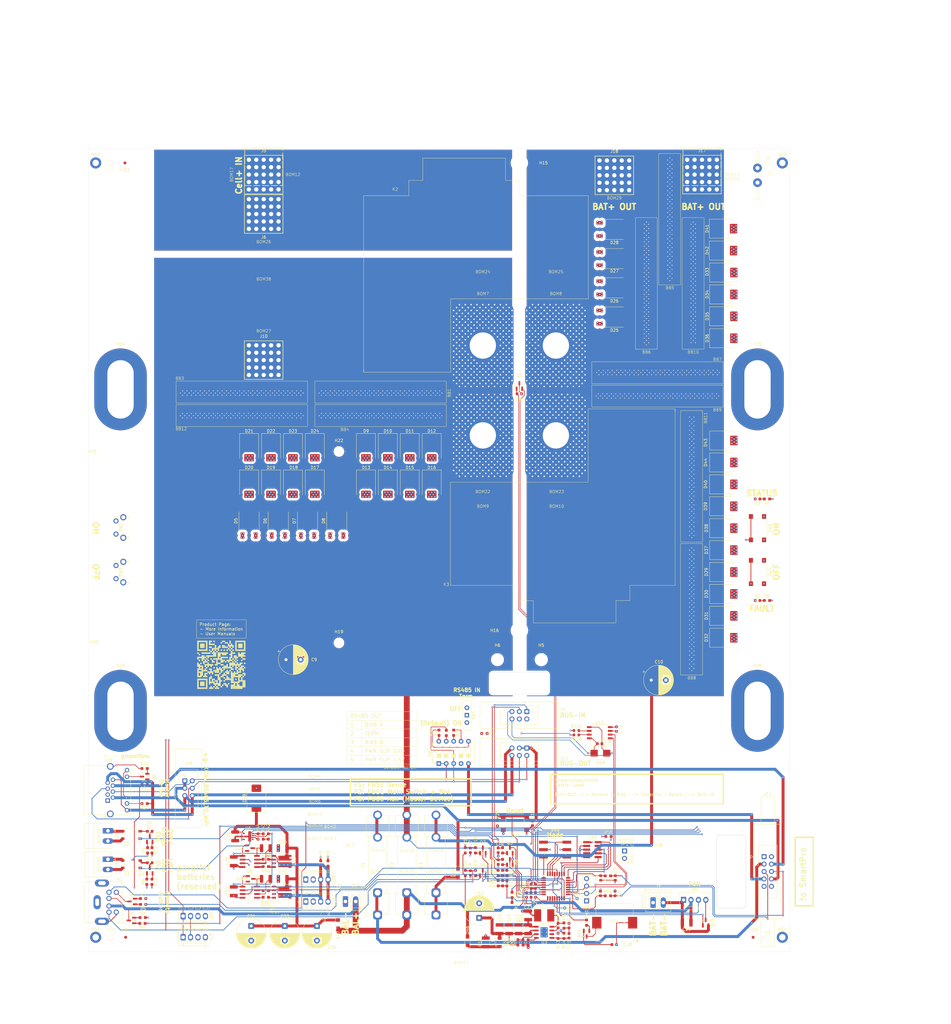
<source format=kicad_pcb>
(kicad_pcb
	(version 20241229)
	(generator "pcbnew")
	(generator_version "9.0")
	(general
		(thickness 1.627)
		(legacy_teardrops no)
	)
	(paper "A2" portrait)
	(layers
		(0 "F.Cu" signal)
		(4 "In1.Cu" signal)
		(6 "In2.Cu" signal)
		(8 "In3.Cu" signal)
		(10 "In4.Cu" signal)
		(2 "B.Cu" signal)
		(9 "F.Adhes" user "F.Adhesive")
		(11 "B.Adhes" user "B.Adhesive")
		(13 "F.Paste" user)
		(15 "B.Paste" user)
		(5 "F.SilkS" user "F.Silkscreen")
		(7 "B.SilkS" user "B.Silkscreen")
		(1 "F.Mask" user)
		(3 "B.Mask" user)
		(17 "Dwgs.User" user "User.Drawings")
		(19 "Cmts.User" user "User.Comments")
		(21 "Eco1.User" user "User.Eco1")
		(23 "Eco2.User" user "User.Eco2")
		(25 "Edge.Cuts" user)
		(27 "Margin" user)
		(31 "F.CrtYd" user "F.Courtyard")
		(29 "B.CrtYd" user "B.Courtyard")
		(35 "F.Fab" user)
		(33 "B.Fab" user)
		(39 "User.1" user)
		(41 "User.2" user)
		(43 "User.3" user)
		(45 "User.4" user)
		(47 "User.5" user)
		(49 "User.6" user)
		(51 "User.7" user)
		(53 "User.8" user)
		(55 "User.9" user)
	)
	(setup
		(stackup
			(layer "F.SilkS"
				(type "Top Silk Screen")
			)
			(layer "F.Paste"
				(type "Top Solder Paste")
			)
			(layer "F.Mask"
				(type "Top Solder Mask")
				(thickness 0.01)
			)
			(layer "F.Cu"
				(type "copper")
				(thickness 0.07)
			)
			(layer "dielectric 1"
				(type "prepreg")
				(thickness 0.1)
				(material "FR4")
				(epsilon_r 4.5)
				(loss_tangent 0.02)
			)
			(layer "In1.Cu"
				(type "copper")
				(thickness 0.07)
			)
			(layer "dielectric 2"
				(type "core")
				(thickness 0.4785)
				(material "FR4")
				(epsilon_r 4.5)
				(loss_tangent 0.02)
			)
			(layer "In2.Cu"
				(type "copper")
				(thickness 0.07)
			)
			(layer "dielectric 3"
				(type "prepreg")
				(thickness 0.1)
				(material "FR4")
				(epsilon_r 4.5)
				(loss_tangent 0.02)
			)
			(layer "In3.Cu"
				(type "copper")
				(thickness 0.035)
			)
			(layer "dielectric 4"
				(type "core")
				(thickness 0.4785)
				(material "FR4")
				(epsilon_r 4.5)
				(loss_tangent 0.02)
			)
			(layer "In4.Cu"
				(type "copper")
				(thickness 0.035)
			)
			(layer "dielectric 5"
				(type "prepreg")
				(thickness 0.1)
				(material "FR4")
				(epsilon_r 4.5)
				(loss_tangent 0.02)
			)
			(layer "B.Cu"
				(type "copper")
				(thickness 0.07)
			)
			(layer "B.Mask"
				(type "Bottom Solder Mask")
				(thickness 0.01)
			)
			(layer "B.Paste"
				(type "Bottom Solder Paste")
			)
			(layer "B.SilkS"
				(type "Bottom Silk Screen")
			)
			(copper_finish "None")
			(dielectric_constraints no)
		)
		(pad_to_mask_clearance 0)
		(allow_soldermask_bridges_in_footprints no)
		(tenting front back)
		(aux_axis_origin 53 395)
		(grid_origin 173 120)
		(pcbplotparams
			(layerselection 0x00000000_00000000_55555555_5755f5ff)
			(plot_on_all_layers_selection 0x00000000_00000000_00000000_00000000)
			(disableapertmacros no)
			(usegerberextensions no)
			(usegerberattributes yes)
			(usegerberadvancedattributes yes)
			(creategerberjobfile yes)
			(dashed_line_dash_ratio 12.000000)
			(dashed_line_gap_ratio 3.000000)
			(svgprecision 4)
			(plotframeref no)
			(mode 1)
			(useauxorigin no)
			(hpglpennumber 1)
			(hpglpenspeed 20)
			(hpglpendiameter 15.000000)
			(pdf_front_fp_property_popups yes)
			(pdf_back_fp_property_popups yes)
			(pdf_metadata yes)
			(pdf_single_document no)
			(dxfpolygonmode yes)
			(dxfimperialunits yes)
			(dxfusepcbnewfont yes)
			(psnegative no)
			(psa4output no)
			(plot_black_and_white yes)
			(sketchpadsonfab no)
			(plotpadnumbers no)
			(hidednponfab no)
			(sketchdnponfab yes)
			(crossoutdnponfab yes)
			(subtractmaskfromsilk no)
			(outputformat 1)
			(mirror no)
			(drillshape 1)
			(scaleselection 1)
			(outputdirectory "")
		)
	)
	(net 0 "")
	(net 1 "GND")
	(net 2 "Net-(D48-K)")
	(net 3 "VCC")
	(net 4 "Net-(Q3-B)")
	(net 5 "/Ub_FUSED")
	(net 6 "Net-(D3-K)")
	(net 7 "Net-(U3-VIN)")
	(net 8 "/BMS_OK")
	(net 9 "Net-(D46-K)")
	(net 10 "Net-(U3-BST)")
	(net 11 "Net-(U3-SW)")
	(net 12 "Net-(J20-~{RESET})")
	(net 13 "Net-(Q4-B)")
	(net 14 "Net-(U3-FB)")
	(net 15 "/B")
	(net 16 "/A")
	(net 17 "Net-(D1-K)")
	(net 18 "/BTN_ON")
	(net 19 "/BTN_OFF")
	(net 20 "/control/SWCLK")
	(net 21 "Net-(D2-K)")
	(net 22 "Net-(Q5-B)")
	(net 23 "/control/SWDIO")
	(net 24 "Net-(D3-A)")
	(net 25 "Net-(Q1-B)")
	(net 26 "/LVP")
	(net 27 "/OVP")
	(net 28 "Net-(Q2-B)")
	(net 29 "Net-(Q6-B)")
	(net 30 "/LED_ERROR")
	(net 31 "/LED_ON")
	(net 32 "Net-(D4-A)")
	(net 33 "/BMS_OK_PROTECTED")
	(net 34 "/control/R2")
	(net 35 "/control/R1")
	(net 36 "/control/BTN_OFF")
	(net 37 "/control/BTN_ON")
	(net 38 "Net-(BZ1--)")
	(net 39 "Net-(Q8-B)")
	(net 40 "Net-(C21-Pad1)")
	(net 41 "Net-(D47-K)")
	(net 42 "/~{OC_FAULT}")
	(net 43 "/LVP_IN")
	(net 44 "/OVP_IN")
	(net 45 "Net-(D4-K)")
	(net 46 "/BAT+_IN")
	(net 47 "/BAT+_SI")
	(net 48 "/BAT+_OUT")
	(net 49 "/B_OUT")
	(net 50 "/A_OUT")
	(net 51 "/GND_OUT")
	(net 52 "/+5V_OUT")
	(net 53 "/~{OC_FAULT_PROTECTED}")
	(net 54 "Net-(J8-Pin_2)")
	(net 55 "Net-(J8-Pin_1)")
	(net 56 "Net-(D53-K)")
	(net 57 "Net-(J9-Pin_1)")
	(net 58 "Net-(J14-Pin_3)")
	(net 59 "Net-(Q2-C)")
	(net 60 "Net-(Q2-E)")
	(net 61 "Net-(Q1-C)")
	(net 62 "Net-(Q3-E)")
	(net 63 "Net-(Q1-E)")
	(net 64 "Net-(Q4-E)")
	(net 65 "Net-(Q7-B)")
	(net 66 "Net-(J19-Pad10)")
	(net 67 "Net-(Q9-C)")
	(net 68 "Net-(J9-Pin_2)")
	(net 69 "Net-(SW1-A)")
	(net 70 "Net-(U3-EN{slash}UVLO)")
	(net 71 "Net-(U3-RON)")
	(net 72 "unconnected-(J12-Pin_3-Pad3)")
	(net 73 "unconnected-(J12-Pin_4-Pad4)")
	(net 74 "unconnected-(J13-Pin_3-Pad3)")
	(net 75 "unconnected-(J13-Pin_4-Pad4)")
	(net 76 "/VCC_FROM_SmartPro")
	(net 77 "unconnected-(SW1-C-Pad2)")
	(net 78 "unconnected-(U3-PGOOD-Pad6)")
	(net 79 "/control/ADC1_IN3_U_IN")
	(net 80 "/control/ADC1_IN4_U_OUT")
	(net 81 "/control/USART1_RX")
	(net 82 "/control/USART1_TX")
	(net 83 "/control/buzzer")
	(net 84 "unconnected-(J20-KEY-Pad7)")
	(net 85 "unconnected-(J22-Pin_2-Pad2)")
	(net 86 "/control/FAN_TACHO")
	(net 87 "Net-(M1-PWM)")
	(net 88 "/control/FAN_PWM")
	(net 89 "unconnected-(J22-Pin_1-Pad1)")
	(net 90 "/control/tempsensor")
	(net 91 "5V3_FROM_SmartPro")
	(net 92 "unconnected-(J23-Pin_1-Pad1)")
	(net 93 "unconnected-(J23-Pin_2-Pad2)")
	(net 94 "Net-(Q9-E)")
	(net 95 "Net-(Q9-B)")
	(net 96 "+10V")
	(net 97 "Net-(Q13A-G)")
	(net 98 "Net-(Q13B-G)")
	(net 99 "Net-(R20-Pad2)")
	(net 100 "Net-(R21-Pad2)")
	(net 101 "Net-(R22-Pad2)")
	(net 102 "Net-(Q11-B)")
	(net 103 "Net-(U6-ADJ)")
	(net 104 "Net-(Q12A-G)")
	(net 105 "Net-(Q12B-G)")
	(net 106 "Net-(U7-HO)")
	(net 107 "Net-(U7-LO)")
	(net 108 "/48VRelais/EN")
	(net 109 "/48VRelais/Relais1")
	(net 110 "Net-(U8-HO)")
	(net 111 "/48VRelais/Relais2")
	(net 112 "Net-(U8-LO)")
	(net 113 "Net-(U4-PB7)")
	(net 114 "Net-(U4-PB8)")
	(net 115 "Net-(R42-Pad2)")
	(net 116 "Net-(U4-PB9)")
	(net 117 "Net-(U4-PB6)")
	(net 118 "Net-(U4-PA11)")
	(net 119 "/48VRelais/RELAIS_RESET")
	(net 120 "/48VRelais/RELAIS_SET")
	(net 121 "unconnected-(H23-Pad1)")
	(net 122 "unconnected-(H23-Pad1)_1")
	(net 123 "unconnected-(H24-Pad1)")
	(net 124 "unconnected-(H24-Pad1)_1")
	(net 125 "unconnected-(H25-Pad1)")
	(net 126 "unconnected-(H25-Pad1)_1")
	(net 127 "unconnected-(H26-Pad1)")
	(net 128 "unconnected-(H26-Pad1)_1")
	(net 129 "unconnected-(H11-Pad1)")
	(net 130 "unconnected-(H12-Pad1)")
	(net 131 "unconnected-(H13-Pad1)")
	(net 132 "unconnected-(H14-Pad1)")
	(net 133 "unconnected-(D48-NC-Pad2)")
	(net 134 "unconnected-(D53-NC-Pad2)")
	(net 135 "Net-(D45-A)")
	(net 136 "Net-(D45-K)")
	(net 137 "Net-(U11-A)")
	(net 138 "Net-(U11-B)")
	(net 139 "Net-(U4-PA5)")
	(net 140 "/VDD_RS485")
	(net 141 "/GND_RS485")
	(footprint "Package_SO:SO-4_4.4x4.3mm_P2.54mm" (layer "F.Cu") (at 67.75 365 180))
	(footprint "myHoles:MountingHole9mmSlot" (layer "F.Cu") (at 64 202.5))
	(footprint "Diode_SMD:D_SMC" (layer "F.Cu") (at 270.5 235))
	(footprint "Diode_SMD:D_SMC" (layer "F.Cu") (at 115.5 222.5 -90))
	(footprint "Resistor_SMD:R_0603_1608Metric_Pad0.98x0.95mm_HandSolder" (layer "F.Cu") (at 113.72375 365.8 180))
	(footprint "Diode_SMD:D_SMC" (layer "F.Cu") (at 155.5 235 -90))
	(footprint "Connector:FanPinHeader_1x04_P2.54mm_Vertical" (layer "F.Cu") (at 256.7 377.2))
	(footprint "Capacitor_SMD:C_0603_1608Metric" (layer "F.Cu") (at 193.25 364.25 90))
	(footprint "MountingHole:MountingHole_4mm" (layer "F.Cu") (at 193 295))
	(footprint "Capacitor_SMD:C_1210_3225Metric" (layer "F.Cu") (at 102.75 364 -90))
	(footprint "myConnector:IDC-Header_2x03_P2.54mm_Vertical_latch" (layer "F.Cu") (at 203.04 325.25 -90))
	(footprint "Resistor_SMD:R_0603_1608Metric_Pad0.98x0.95mm_HandSolder" (layer "F.Cu") (at 188.54 320.2525 180))
	(footprint "Capacitor_SMD:C_0603_1608Metric" (layer "F.Cu") (at 193.25 360.25 90))
	(footprint "Button_Switch_SMD:SW_SPST_Omron_B3FS-100xP" (layer "F.Cu") (at 282 265 -90))
	(footprint "Diode_SMD:D_SMC" (layer "F.Cu") (at 270.5 162.5))
	(footprint "LED_SMD:LED_0603_1608Metric" (layer "F.Cu") (at 74 353.75 180))
	(footprint "myPackage_SO:HSOP-8-1EP_3.9x4.9mm_P1.27mm_EP2.41x3.1mm_ThermalVias_0.3mm" (layer "F.Cu") (at 208.955 388.3))
	(footprint "Capacitor_SMD:C_0603_1608Metric" (layer "F.Cu") (at 183.75 368 90))
	(footprint "myConnector:SMD-BUSBAR_42x6x2_Kopie" (layer "F.Cu") (at 247.75 204.75 180))
	(footprint "MountingHole:MountingHole_5.5mm" (layer "F.Cu") (at 248 365))
	(footprint "myQR:qr_PowerPro_209_silkscreen"
		(layer "F.Cu")
		(uuid "0fdb1fdc-1192-4f06-82b8-eda5ee6260df")
		(at 98.5 296.75)
		(property "Reference" "GRAPHIC1"
			(at 0 9.75 0)
			(layer "F.SilkS")
			(hide yes)
			(uuid "5248746a-8292-44a9-a7f6-0f8f52ca8f67")
			(effects
				(font
					(size 1 1)
					(thickness 0.15)
				)
			)
		)
		(property "Value" "QR_Code"
			(at 0 -9.75 0)
			(layer "F.SilkS")
			(hide yes)
			(uuid "77ba2084-bb5a-4bcd-9719-ca418c4fc429")
			(effects
				(font
					(size 1 1)
					(thickness 0.15)
				)
			)
		)
		(property "Datasheet" ""
			(at 0 0 0)
			(layer "F.Fab")
			(hide yes)
			(uuid "410aa57f-e376-445a-8a51-9d8879d41a15")
			(effects
				(font
					(size 1.27 1.27)
					(thickness 0.15)
				)
			)
		)
		(property "Description" ""
			(at 0 0 0)
			(layer "F.Fab")
			(hide yes)
			(uuid "f86f0c8f-2545-4554-b0ce-109a1fd90cb1")
			(effects
				(font
					(size 1.27 1.27)
					(thickness 0.15)
				)
			)
		)
		(property "ECS Art#" "---"
			(at 0 0 0)
			(unlocked yes)
			(layer "F.Fab")
			(hide yes)
			(uuid "bdcbc141-6146-4dc5-84b6-38e71ceffd76")
			(effects
				(font
					(size 1 1)
					(thickness 0.15)
				)
			)
		)
		(property "HAN" "---"
			(at 0 0 0)
			(unlocked yes)
			(layer "F.Fab")
			(hide yes)
			(uuid "956e1e57-c3ac-46c1-99a1-a920f8ef8d87")
			(effects
				(font
					(size 1 1)
					(thickness 0.15)
				)
			)
		)
		(property "Hersteller" "---"
			(at 0 0 0)
			(unlocked yes)
			(layer "F.Fab")
			(hide yes)
			(uuid "9d8731be-9c04-408c-9dc0-cba7086bd0bd")
			(effects
				(font
					(size 1 1)
					(thickness 0.15)
				)
			)
		)
		(path "/ed5c3467-b27a-45f1-8f58-e67286f004f2/73341fae-641b-468b-9b43-cb68a809301b")
		(sheetname "/bom/")
		(sheetfile "bom.kicad_sch")
		(attr exclude_from_bom)
		(fp_rect
			(start -8.25 -8.25)
			(end -7.75 -7.75)
			(stroke
				(width 0)
				(type default)
			)
			(fill yes)
			(layer "F.SilkS")
			(uuid "ced088e0-3e70-4093-a9d1-abf34108f401")
		)
		(fp_rect
			(start -8.25 -7.75)
			(end -7.75 -7.25)
			(stroke
				(width 0)
				(type default)
			)
			(fill yes)
			(layer "F.SilkS")
			(uuid "23829c24-8d5b-4f1b-8687-438e8d7b5d90")
		)
		(fp_rect
			(start -8.25 -7.25)
			(end -7.75 -6.75)
			(stroke
				(width 0)
				(type default)
			)
			(fill yes)
			(layer "F.SilkS")
			(uuid "7e069f82-6121-4874-b387-193fe7adb167")
		)
		(fp_rect
			(start -8.25 -6.75)
			(end -7.75 -6.25)
			(stroke
				(width 0)
				(type default)
			)
			(fill yes)
			(layer "F.SilkS")
			(uuid "cab0dfae-149e-4aec-b477-71c63233ae41")
		)
		(fp_rect
			(start -8.25 -6.25)
			(end -7.75 -5.75)
			(stroke
				(width 0)
				(type default)
			)
			(fill yes)
			(layer "F.SilkS")
			(uuid "4143aa4f-060f-4a52-b05e-e09e34cdea85")
		)
		(fp_rect
			(start -8.25 -5.75)
			(end -7.75 -5.25)
			(stroke
				(width 0)
				(type default)
			)
			(fill yes)
			(layer "F.SilkS")
			(uuid "c4e5c11f-4df0-4b7d-9cd7-f817b0f21ad3")
		)
		(fp_rect
			(start -8.25 -5.25)
			(end -7.75 -4.75)
			(stroke
				(width 0)
				(type default)
			)
			(fill yes)
			(layer "F.SilkS")
			(uuid "4f48c4d2-3b94-461a-a739-bd282f8a9320")
		)
		(fp_rect
			(start -8.25 -4.25)
			(end -7.75 -3.75)
			(stroke
				(width 0)
				(type default)
			)
			(fill yes)
			(layer "F.SilkS")
			(uuid "128d345e-f4cc-4719-9dd5-d71a7072b842")
		)
		(fp_rect
			(start -8.25 -2.75)
			(end -7.75 -2.25)
			(stroke
				(width 0)
				(type default)
			)
			(fill yes)
			(layer "F.SilkS")
			(uuid "47759031-937b-45c7-a84e-ea068594812c")
		)
		(fp_rect
			(start -8.25 -2.25)
			(end -7.75 -1.75)
			(stroke
				(width 0)
				(type default)
			)
			(fill yes)
			(layer "F.SilkS")
			(uuid "99424603-d2ea-4183-85b0-d4dfba73541b")
		)
		(fp_rect
			(start -8.25 -0.75)
			(end -7.75 -0.25)
			(stroke
				(width 0)
				(type default)
			)
			(fill yes)
			(layer "F.SilkS")
			(uuid "0e984c91-db6e-4fe1-a14d-655afe025966")
		)
		(fp_rect
			(start -8.25 -0.25)
			(end -7.75 0.25)
			(stroke
				(width 0)
				(type default)
			)
			(fill yes)
			(layer "F.SilkS")
			(uuid "1af88721-a4d9-4bca-8db7-11d28234ce81")
		)
		(fp_rect
			(start -8.25 0.25)
			(end -7.75 0.75)
			(stroke
				(width 0)
				(type default)
			)
			(fill yes)
			(layer "F.SilkS")
			(uuid "a7c66d3f-5c5a-4b1b-a861-fe2d5979b937")
		)
		(fp_rect
			(start -8.25 1.25)
			(end -7.75 1.75)
			(stroke
				(width 0)
				(type default)
			)
			(fill yes)
			(layer "F.SilkS")
			(uuid "ae957d7a-cc9b-4071-a63e-67a94e62bd14")
		)
		(fp_rect
			(start -8.25 1.75)
			(end -7.75 2.25)
			(stroke
				(width 0)
				(type default)
			)
			(fill yes)
			(layer "F.SilkS")
			(uuid "63d14564-ea1d-4358-8e44-08ca78097e91")
		)
		(fp_rect
			(start -8.25 2.25)
			(end -7.75 2.75)
			(stroke
				(width 0)
				(type default)
			)
			(fill yes)
			(layer "F.SilkS")
			(uuid "c40e4167-5561-4633-a1b6-dbc9854d956a")
		)
		(fp_rect
			(start -8.25 2.75)
			(end -7.75 3.25)
			(stroke
				(width 0)
				(type default)
			)
			(fill yes)
			(layer "F.SilkS")
			(uuid "61db4527-4053-4e69-934c-242d9ea55d7b")
		)
		(fp_rect
			(start -8.25 3.25)
			(end -7.75 3.75)
			(stroke
				(width 0)
				(type default)
			)
			(fill yes)
			(layer "F.SilkS")
			(uuid "a528afef-cd90-444e-8830-821e1705dfc8")
		)
		(fp_rect
			(start -8.25 3.75)
			(end -7.75 4.25)
			(stroke
				(width 0)
				(type default)
			)
			(fill yes)
			(layer "F.SilkS")
			(uuid "ce2ecc3f-32df-4013-8ba2-5db37a69a68e")
		)
		(fp_rect
			(start -8.25 4.75)
			(end -7.75 5.25)
			(stroke
				(width 0)
				(type default)
			)
			(fill yes)
			(layer "F.SilkS")
			(uuid "889c601e-fe2b-43e9-9eaf-0263a459b9f0")
		)
		(fp_rect
			(start -8.25 5.25)
			(end -7.75 5.75)
			(stroke
				(width 0)
				(type default)
			)
			(fill yes)
			(layer "F.SilkS")
			(uuid "9838e3ba-c998-431f-b805-d0d962b51a4c")
		)
		(fp_rect
			(start -8.25 5.75)
			(end -7.75 6.25)
			(stroke
				(width 0)
				(type default)
			)
			(fill yes)
			(layer "F.SilkS")
			(uuid "19868ad1-09ff-4882-a102-75da179bd63a")
		)
		(fp_rect
			(start -8.25 6.25)
			(end -7.75 6.75)
			(stroke
				(width 0)
				(type default)
			)
			(fill yes)
			(layer "F.SilkS")
			(uuid "5feebeb9-1e39-4854-a11d-00ce2b4ecea3")
		)
		(fp_rect
			(start -8.25 6.75)
			(end -7.75 7.25)
			(stroke
				(width 0)
				(type default)
			)
			(fill yes)
			(layer "F.SilkS")
			(uuid "d33d36be-fd40-4332-b99c-a8565e099fbc")
		)
		(fp_rect
			(start -8.25 7.25)
			(end -7.75 7.75)
			(stroke
				(width 0)
				(type default)
			)
			(fill yes)
			(layer "F.SilkS")
			(uuid "d759f654-cd37-4549-8211-d4051a0b0127")
		)
		(fp_rect
			(start -8.25 7.75)
			(end -7.75 8.25)
			(stroke
				(width 0)
				(type default)
			)
			(fill yes)
			(layer "F.SilkS")
			(uuid "ddc5dcce-ca01-4ed4-b6fe-8d27231e7c43")
		)
		(fp_rect
			(start -7.75 -8.25)
			(end -7.25 -7.75)
			(stroke
				(width 0)
				(type default)
			)
			(fill yes)
			(layer "F.SilkS")
			(uuid "30730094-0775-4fec-8dc8-18cc13471d4d")
		)
		(fp_rect
			(start -7.75 -5.25)
			(end -7.25 -4.75)
			(stroke
				(width 0)
				(type default)
			)
			(fill yes)
			(layer "F.SilkS")
			(uuid "1dd19205-0e01-4be5-abb3-ff004b3f0aa9")
		)
		(fp_rect
			(start -7.75 -3.75)
			(end -7.25 -3.25)
			(stroke
				(width 0)
				(type default)
			)
			(fill yes)
			(layer "F.SilkS")
			(uuid "a4065cec-f61f-4003-9a06-8b425fa917bc")
		)
		(fp_rect
			(start -7.75 -2.75)
			(end -7.25 -2.25)
			(stroke
				(width 0)
				(type default)
			)
			(fill yes)
			(layer "F.SilkS")
			(uuid "cea86257-f189-41c6-a900-8c62850e8c11")
		)
		(fp_rect
			(start -7.75 -1.75)
			(end -7.25 -1.25)
			(stroke
				(width 0)
				(type default)
			)
			(fill yes)
			(layer "F.SilkS")
			(uuid "e72eb618-2f2a-4430-8e1f-5faf02454903")
		)
		(fp_rect
			(start -7.75 -0.25)
			(end -7.25 0.25)
			(stroke
				(width 0)
				(type default)
			)
			(fill yes)
			(layer "F.SilkS")
			(uuid "9e9ffbe6-dbbd-4cb2-a92d-be08a914719a")
		)
		(fp_rect
			(start -7.75 0.25)
			(end -7.25 0.75)
			(stroke
				(width 0)
				(type default)
			)
			(fill yes)
			(layer "F.SilkS")
			(uuid "9a97130d-5e92-4f54-b325-5c0aa905aa44")
		)
		(fp_rect
			(start -7.75 0.75)
			(end -7.25 1.25)
			(stroke
				(width 0)
				(type default)
			)
			(fill yes)
			(layer "F.SilkS")
			(uuid "0b5cd29b-6b6c-4428-8278-c899b63b9e61")
		)
		(fp_rect
			(start -7.75 1.25)
			(end -7.25 1.75)
			(stroke
				(width 0)
				(type default)
			)
			(fill yes)
			(layer "F.SilkS")
			(uuid "a91f66bb-2904-40ee-b38c-b2a8c9c5f117")
		)
		(fp_rect
			(start -7.75 2.25)
			(end -7.25 2.75)
			(stroke
				(width 0)
				(type default)
			)
			(fill yes)
			(layer "F.SilkS")
			(uuid "c8197d20-54c7-4eee-8ca2-a07f0ea3ee49")
		)
		(fp_rect
			(start -7.75 3.75)
			(end -7.25 4.25)
			(stroke
				(width 0)
				(type default)
			)
			(fill yes)
			(layer "F.SilkS")
			(uuid "6754d6f7-316c-4dd1-8798-bb8aeb38012d")
		)
		(fp_rect
			(start -7.75 4.75)
			(end -7.25 5.25)
			(stroke
				(width 0)
				(type default)
			)
			(fill yes)
			(layer "F.SilkS")
			(uuid "44ddb113-c351-4642-9754-3f4a8b13b427")
		)
		(fp_rect
			(start -7.75 7.75)
			(end -7.25 8.25)
			(stroke
				(width 0)
				(type default)
			)
			(fill yes)
			(layer "F.SilkS")
			(uuid "637e8f29-08d6-42c3-a03e-9b740289e73e")
		)
		(fp_rect
			(start -7.25 -8.25)
			(end -6.75 -7.75)
			(stroke
				(width 0)
				(type default)
			)
			(fill yes)
			(layer "F.SilkS")
			(uuid "19214cdc-4c3d-4061-a228-a08f5e71b1a5")
		)
		(fp_rect
			(start -7.25 -7.25)
			(end -6.75 -6.75)
			(stroke
				(width 0)
				(type default)
			)
			(fill yes)
			(layer "F.SilkS")
			(uuid "f1292a0c-0da9-4d89-97f3-f02b12e8c5cc")
		)
		(fp_rect
			(start -7.25 -6.75)
			(end -6.75 -6.25)
			(stroke
				(width 0)
				(type default)
			)
			(fill yes)
			(layer "F.SilkS")
			(uuid "f0e427ff-5445-4068-9c01-e44beb453397")
		)
		(fp_rect
			(start -7.25 -6.25)
			(end -6.75 -5.75)
			(stroke
				(width 0)
				(type default)
			)
			(fill yes)
			(layer "F.SilkS")
			(uuid "2d0ad52a-a329-4299-8ede-0d991b7d8f56")
		)
		(fp_rect
			(start -7.25 -5.25)
			(end -6.75 -4.75)
			(stroke
				(width 0)
				(type default)
			)
			(fill yes)
			(layer "F.SilkS")
			(uuid "c5af1a47-63b6-4496-875a-c6506369fa03")
		)
		(fp_rect
			(start -7.25 -2.75)
			(end -6.75 -2.25)
			(stroke
				(width 0)
				(type default)
			)
			(fill yes)
			(layer "F.SilkS")
			(uuid "f3c52b5d-02bb-4e49-b483-2bad369e405e")
		)
		(fp_rect
			(start -7.25 -0.75)
			(end -6.75 -0.25)
			(stroke
				(width 0)
				(type default)
			)
			(fill yes)
			(layer "F.SilkS")
			(uuid "ba735f57-cb3c-4c59-a635-74652a6ee392")
		)
		(fp_rect
			(start -7.25 0.25)
			(end -6.75 0.75)
			(stroke
				(width 0)
				(type default)
			)
			(fill yes)
			(layer "F.SilkS")
			(uuid "59d20cc7-ee0b-4e0f-ad20-428b6385cd77")
		)
		(fp_rect
			(start -7.25 1.25)
			(end -6.75 1.75)
			(stroke
				(width 0)
				(type default)
			)
			(fill yes)
			(layer "F.SilkS")
			(uuid "63312d76-4b59-4228-b64d-3d87e89b4c99")
		)
		(fp_rect
			(start -7.25 2.25)
			(end -6.75 2.75)
			(stroke
				(width 0)
				(type default)
			)
			(fill yes)
			(layer "F.SilkS")
			(uuid "20efc785-f512-40e1-8f10-6efc6a0540b4")
		)
		(fp_rect
			(start -7.25 2.75)
			(end -6.75 3.25)
			(stroke
				(width 0)
				(type default)
			)
			(fill yes)
			(layer "F.SilkS")
			(uuid "6609d86b-c352-48cc-8291-1ecec96c7f8d")
		)
		(fp_rect
			(start -7.25 3.25)
			(end -6.75 3.75)
			(stroke
				(width 0)
				(type default)
			)
			(fill yes)
			(layer "F.SilkS")
			(uuid "f60fb73f-997a-4508-ad9d-82b6bf98584c")
		)
		(fp_rect
			(start -7.25 3.75)
			(end -6.75 4.25)
			(stroke
				(width 0)
				(type default)
			)
			(fill yes)
			(layer "F.SilkS")
			(uuid "6540d100-c845-494a-88af-99cbea216323")
		)
		(fp_rect
			(start -7.25 4.75)
			(end -6.75 5.25)
			(stroke
				(width 0)
				(type default)
			)
			(fill yes)
			(layer "F.SilkS")
			(uuid "cc25c20d-bdc8-405b-8306-2706a91163f2")
		)
		(fp_rect
			(start -7.25 5.75)
			(end -6.75 6.25)
			(stroke
				(width 0)
				(type default)
			)
			(fill yes)
			(layer "F.SilkS")
			(uuid "606f0f0a-2de7-4deb-ba2d-e7635f680a15")
		)
		(fp_rect
			(start -7.25 6.25)
			(end -6.75 6.75)
			(stroke
				(width 0)
				(type default)
			)
			(fill yes)
			(layer "F.SilkS")
			(uuid "73c06146-4fdf-44e1-90c2-1c0ca9cbd524")
		)
		(fp_rect
			(start -7.25 6.75)
			(end -6.75 7.25)
			(stroke
				(width 0)
				(type default)
			)
			(fill yes)
			(layer "F.SilkS")
			(uuid "44221dc8-50e8-41dc-942e-9584ce001ca6")
		)
		(fp_rect
			(start -7.25 7.75)
			(end -6.75 8.25)
			(stroke
				(width 0)
				(type default)
			)
			(fill yes)
			(layer "F.SilkS")
			(uuid "b1a315d1-065d-4b28-a47b-909e8e6ca824")
		)
		(fp_rect
			(start -6.75 -8.25)
			(end -6.25 -7.75)
			(stroke
				(width 0)
				(type default)
			)
			(fill yes)
			(layer "F.SilkS")
			(uuid "a8cde4e5-36e7-47a1-9102-438c012faeee")
		)
		(fp_rect
			(start -6.75 -7.25)
			(end -6.25 -6.75)
			(stroke
				(width 0)
				(type default)
			)
			(fill yes)
			(layer "F.SilkS")
			(uuid "ff0f61d7-4274-40f7-bd38-a3f5a06339d5")
		)
		(fp_rect
			(start -6.75 -6.75)
			(end -6.25 -6.25)
			(stroke
				(width 0)
				(type default)
			)
			(fill yes)
			(layer "F.SilkS")
			(uuid "2316b667-0d7a-40f1-b248-32efeab3861d")
		)
		(fp_rect
			(start -6.75 -6.25)
			(end -6.25 -5.75)
			(stroke
				(width 0)
				(type default)
			)
			(fill yes)
			(layer "F.SilkS")
			(uuid "b9aa9911-8245-4e5f-8e39-7e63452505f8")
		)
		(fp_rect
			(start -6.75 -5.25)
			(end -6.25 -4.75)
			(stroke
				(width 0)
				(type default)
			)
			(fill yes)
			(layer "F.SilkS")
			(uuid "68702d70-3081-4a2d-b8fc-6d086253dc3f")
		)
		(fp_rect
			(start -6.75 -4.25)
			(end -6.25 -3.75)
			(stroke
				(width 0)
				(type default)
			)
			(fill yes)
			(layer "F.SilkS")
			(uuid "70b0564e-0c3d-4483-99ed-fe69adf38250")
		)
		(fp_rect
			(start -6.75 -3.25)
			(end -6.25 -2.75)
			(stroke
				(width 0)
				(type default)
			)
			(fill yes)
			(layer "F.SilkS")
			(uuid "b1d9286f-aae1-4a04-906f-19b7972cb4a5")
		)
		(fp_rect
			(start -6.75 -2.75)
			(end -6.25 -2.25)
			(stroke
				(width 0)
				(type default)
			)
			(fill yes)
			(layer "F.SilkS")
			(uuid "f663a019-f7dd-42ec-9d2b-99d9f00453f8")
		)
		(fp_rect
			(start -6.75 -2.25)
			(end -6.25 -1.75)
			(stroke
				(width 0)
				(type default)
			)
			(fill yes)
			(layer "F.SilkS")
			(uuid "8066b7d5-1208-434d-85fa-b5d7d8e2ec1f")
		)
		(fp_rect
			(start -6.75 -1.75)
			(end -6.25 -1.25)
			(stroke
				(width 0)
				(type default)
			)
			(fill yes)
			(layer "F.SilkS")
			(uuid "49e61c7b-1f94-43f3-a7c5-16ac83a8d7a6")
		)
		(fp_rect
			(start -6.75 0.25)
			(end -6.25 0.75)
			(stroke
				(width 0)
				(type default)
			)
			(fill yes)
			(layer "F.SilkS")
			(uuid "3557438b-74ff-42f0-8f0d-077dfb5622f9")
		)
		(fp_rect
			(start -6.75 0.75)
			(end -6.25 1.25)
			(stroke
				(width 0)
				(type default)
			)
			(fill yes)
			(layer "F.SilkS")
			(uuid "a4dd4d3c-92eb-44ce-b1d3-dd1f8790f05f")
		)
		(fp_rect
			(start -6.75 1.25)
			(end -6.25 1.75)
			(stroke
				(width 0)
				(type default)
			)
			(fill yes)
			(layer "F.SilkS")
			(uuid "5cc61381-26c9-49fe-ab21-fc66920144ff")
		)
		(fp_rect
			(start -6.75 1.75)
			(end -6.25 2.25)
			(stroke
				(width 0)
				(type default)
			)
			(fill yes)
			(layer "F.SilkS")
			(uuid "c0c42bf0-938a-4f5c-a691-07395d6c7fee")
		)
		(fp_rect
			(start -6.75 2.25)
			(end -6.25 2.75)
			(stroke
				(width 0)
				(type default)
			)
			(fill yes)
			(layer "F.SilkS")
			(uuid "d89eadeb-368e-4935-8e55-5152aa73bccf")
		)
		(fp_rect
			(start -6.75 2.75)
			(end -6.25 3.25)
			(stroke
				(width 0)
				(type default)
			)
			(fill yes)
			(layer "F.SilkS")
			(uuid "3b8edb82-ea3f-40f6-831b-2585a3329c70")
		)
		(fp_rect
			(start -6.75 3.25)
			(end -6.25 3.75)
			(stroke
				(width 0)
				(type default)
			)
			(fill yes)
			(layer "F.SilkS")
			(uuid "bdb640b4-c501-46de-8280-ec37141d49b7")
		)
		(fp_rect
			(start -6.75 4.75)
			(end -6.25 5.25)
			(stroke
				(width 0)
				(type default)
			)
			(fill yes)
			(layer "F.SilkS")
			(uuid "2fb43963-4df7-46b7-897d-fa6b0f9de670")
		)
		(fp_rect
			(start -6.75 5.75)
			(end -6.25 6.25)
			(stroke
				(width 0)
				(type default)
			)
			(fill yes)
			(layer "F.SilkS")
			(uuid "49142ff5-0712-42e7-ac38-15e07be2ad11")
		)
		(fp_rect
			(start -6.75 6.25)
			(end -6.25 6.75)
			(stroke
				(width 0)
				(type default)
			)
			(fill yes)
			(layer "F.SilkS")
			(uuid "0a4ce78e-1035-4c11-98b6-cc769f0752a1")
		)
		(fp_rect
			(start -6.75 6.75)
			(end -6.25 7.25)
			(stroke
				(width 0)
				(type default)
			)
			(fill yes)
			(layer "F.SilkS")
			(uuid "517bbbb1-f343-4089-ac88-d0ab7395b77c")
		)
		(fp_rect
			(start -6.75 7.75)
			(end -6.25 8.25)
			(stroke
				(width 0)
				(type default)
			)
			(fill yes)
			(layer "F.SilkS")
			(uuid "6f9b2c3f-c82b-412f-b2c1-e62d3b51b53f")
		)
		(fp_rect
			(start -6.25 -8.25)
			(end -5.75 -7.75)
			(stroke
				(width 0)
				(type default)
			)
			(fill yes)
			(layer "F.SilkS")
			(uuid "4a209218-4d30-42ec-9c10-31ce0d052081")
		)
		(fp_rect
			(start -6.25 -7.25)
			(end -5.75 -6.75)
			(stroke
				(width 0)
				(type default)
			)
			(fill yes)
			(layer "F.SilkS")
			(uuid "8970be56-00f2-4f94-8792-6bb31cc87db0")
		)
		(fp_rect
			(start -6.25 -6.75)
			(end -5.75 -6.25)
			(stroke
				(width 0)
				(type default)
			)
			(fill yes)
			(layer "F.SilkS")
			(uuid "56b5713e-9a17-4d90-acfc-711819b2a882")
		)
		(fp_rect
			(start -6.25 -6.25)
			(end -5.75 -5.75)
			(stroke
				(width 0)
				(type default)
			)
			(fill yes)
			(layer "F.SilkS")
			(uuid "96716521-961d-4cc6-a9c5-30ad661b2bca")
		)
		(fp_rect
			(start -6.25 -5.25)
			(end -5.75 -4.75)
			(stroke
				(width 0)
				(type default)
			)
			(fill yes)
			(layer "F.SilkS")
			(uuid "ae77da63-0fc9-4383-a827-b3a70acc4b3b")
		)
		(fp_rect
			(start -6.25 -4.25)
			(end -5.75 -3.75)
			(stroke
				(width 0)
				(type default)
			)
			(fill yes)
			(layer "F.SilkS")
			(uuid "0a987c93-225c-4d48-8b12-e04f89eb9be8")
		)
		(fp_rect
			(start -6.25 -3.25)
			(end -5.75 -2.75)
			(stroke
				(width 0)
				(type default)
			)
			(fill yes)
			(layer "F.SilkS")
			(uuid "c891f395-1fba-4ca6-8e2a-c20a92a7359c")
		)
		(fp_rect
			(start -6.25 -2.75)
			(end -5.75 -2.25)
			(stroke
				(width 0)
				(type default)
			)
			(fill yes)
			(layer "F.SilkS")
			(uuid "f1c37ad8-6554-44c7-9790-9bee36f7a11f")
		)
		(fp_rect
			(start -6.25 -2.25)
			(end -5.75 -1.75)
			(stroke
				(width 0)
				(type default)
			)
			(fill yes)
			(layer "F.SilkS")
			(uuid "b9b150bd-57b4-4091-83ce-d387781937d8")
		)
		(fp_rect
			(start -6.25 -1.25)
			(end -5.75 -0.75)
			(stroke
				(width 0)
				(type default)
			)
			(fill yes)
			(layer "F.SilkS")
			(uuid "5b5f76ea-5fbf-45cc-96f0-ac6b06e4bf59")
		)
		(fp_rect
			(start -6.25 -0.75)
			(end -5.75 -0.25)
			(stroke
				(width 0)
				(type default)
			)
			(fill yes)
			(layer "F.SilkS")
			(uuid "fe7528e1-edec-49e7-9a65-b8f20ec4e8ff")
		)
		(fp_rect
			(start -6.25 1.75)
			(end -5.75 2.25)
			(stroke
				(width 0)
				(type default)
			)
			(fill yes)
			(layer "F.SilkS")
			(uuid "3888c7cc-0791-4d36-959a-33905c6e56d2")
		)
		(fp_rect
			(start -6.25 3.75)
			(end -5.75 4.25)
			(stroke
				(width 0)
				(type default)
			)
			(fill yes)
			(layer "F.SilkS")
			(uuid "411c6527-d2b7-4045-b4e8-c7bdafae6f14")
		)
		(fp_rect
			(start -6.25 4.75)
			(end -5.75 5.25)
			(stroke
				(width 0)
				(type default)
			)
			(fill yes)
			(layer "F.SilkS")
			(uuid "ae1baeeb-5535-4e26-8137-e6fe0b1246c9")
		)
		(fp_rect
			(start -6.25 5.75)
			(end -5.75 6.25)
			(stroke
				(width 0)
				(type default)
			)
			(fill yes)
			(layer "F.SilkS")
			(uuid "f35ffe85-9271-4043-9a59-917d9e5089ce")
		)
		(fp_rect
			(start -6.25 6.25)
			(end -5.75 6.75)
			(stroke
				(width 0)
				(type default)
			)
			(fill yes)
			(layer "F.SilkS")
			(uuid "2913d1f0-88ec-4d72-9c55-43425d9b0c1b")
		)
		(fp_rect
			(start -6.25 6.75)
			(end -5.75 7.25)
			(stroke
				(width 0)
				(type default)
			)
			(fill yes)
			(layer "F.SilkS")
			(uuid "170c59b5-e944-421d-9dea-bed41d948bd0")
		)
		(fp_rect
			(start -6.25 7.75)
			(end -5.75 8.25)
			(stroke
				(width 0)
				(type default)
			)
			(fill yes)
			(layer "F.SilkS")
			(uuid "2c928df0-d8ee-4782-a1fe-46349e87779f")
		)
		(fp_rect
			(start -5.75 -8.25)
			(end -5.25 -7.75)
			(stroke
				(width 0)
				(type default)
			)
			(fill yes)
			(layer "F.SilkS")
			(uuid "8dae93ad-7c0d-43cc-bdb4-b7d2f94cfa98")
		)
		(fp_rect
			(start -5.75 -5.25)
			(end -5.25 -4.75)
			(stroke
				(width 0)
				(type default)
			)
			(fill yes)
			(layer "F.SilkS")
			(uuid "41d353ce-5bc9-4490-b0c9-398efd438af1")
		)
		(fp_rect
			(start -5.75 -4.25)
			(end -5.25 -3.75)
			(stroke
				(width 0)
				(type default)
			)
			(fill yes)
			(layer "F.SilkS")
			(uuid "83506d3d-25ca-4e7e-ac63-9b215ab0d3d0")
		)
		(fp_rect
			(start -5.75 -2.75)
			(end -5.25 -2.25)
			(stroke
				(width 0)
				(type default)
			)
			(fill yes)
			(layer "F.SilkS")
			(uuid "4940ea41-3de8-4062-b679-2116fee28032")
		)
		(fp_rect
			(start -5.75 -1.75)
			(end -5.25 -1.25)
			(stroke
				(width 0)
				(type default)
			)
			(fill yes)
			(layer "F.SilkS")
			(uuid "6db008c2-4110-46b5-bc55-56cd533aec8e")
		)
		(fp_rect
			(start -5.75 -1.25)
			(end -5.25 -0.75)
			(stroke
				(width 0)
				(type default)
			)
			(fill yes)
			(layer "F.SilkS")
			(uuid "98c01b7b-4701-4cac-a779-98a62cd3def1")
		)
		(fp_rect
			(start -5.75 -0.25)
			(end -5.25 0.25)
			(stroke
				(width 0)
				(type default)
			)
			(fill yes)
			(layer "F.SilkS")
			(uuid "fe2e79ba-b363-4d16-a0cc-ad41781923f1")
		)
		(fp_rect
			(start -5.75 0.25)
			(end -5.25 0.75)
			(stroke
				(width 0)
				(type default)
			)
			(fill yes)
			(layer "F.SilkS")
			(uuid "5ae1d7e5-4395-42f9-95ad-757f123146e2")
		)
		(fp_rect
			(start -5.75 1.25)
			(end -5.25 1.75)
			(stroke
				(width 0)
				(type default)
			)
			(fill yes)
			(layer "F.SilkS")
			(uuid "90e4e58c-7721-4e7e-a941-6031332814bd")
		)
		(fp_rect
			(start -5.75 1.75)
			(end -5.25 2.25)
			(stroke
				(width 0)
				(type default)
			)
			(fill yes)
			(layer "F.SilkS")
			(uuid "56b64eaa-943e-4654-8e21-4c83936ef117")
		)
		(fp_rect
			(start -5.75 2.75)
			(end -5.25 3.25)
			(stroke
				(width 0)
				(type default)
			)
			(fill yes)
			(layer "F.SilkS")
			(uuid "8c04ebe2-b411-4f1e-9bce-9908b31ae2f4")
		)
		(fp_rect
			(start -5.75 3.25)
			(end -5.25 3.75)
			(stroke
				(width 0)
				(type default)
			)
			(fill yes)
			(layer "F.SilkS")
			(uuid "836ad4e6-690d-45e9-8340-8a8b0167f41f")
		)
		(fp_rect
			(start -5.75 3.75)
			(end -5.25 4.25)
			(stroke
				(width 0)
				(type default)
			)
			(fill yes)
			(layer "F.SilkS")
			(uuid "64dd57c0-f651-455d-ae5e-504337f79b2d")
		)
		(fp_rect
			(start -5.75 4.75)
			(end -5.25 5.25)
			(stroke
				(width 0)
				(type default)
			)
			(fill yes)
			(layer "F.SilkS")
			(uuid "cf61dde8-db55-41a7-864c-d4c78cf6a3f0")
		)
		(fp_rect
			(start -5.75 7.75)
			(end -5.25 8.25)
			(stroke
				(width 0)
				(type default)
			)
			(fill yes)
			(layer "F.SilkS")
			(uuid "2e617cbf-274f-497c-a8aa-f852a3b2802d")
		)
		(fp_rect
			(start -5.25 -8.25)
			(end -4.75 -7.75)
			(stroke
				(width 0)
				(type default)
			)
			(fill yes)
			(layer "F.SilkS")
			(uuid "05993e74-d81b-448e-8372-1ab221d6f244")
		)
		(fp_rect
			(start -5.25 -7.75)
			(end -4.75 -7.25)
			(stroke
				(width 0)
				(type default)
			)
			(fill yes)
			(layer "F.SilkS")
			(uuid "0d7ce107-2200-49f8-b07f-8b4b1247fc4c")
		)
		(fp_rect
			(start -5.25 -7.25)
			(end -4.75 -6.75)
			(stroke
				(width 0)
				(type default)
			)
			(fill yes)
			(layer "F.SilkS")
			(uuid "c62e505d-a192-42e9-b8a0-6275c401b4a2")
		)
		(fp_rect
			(start -5.25 -6.75)
			(end -4.75 -6.25)
			(stroke
				(width 0)
				(type default)
			)
			(fill yes)
			(layer "F.SilkS")
			(uuid "f9c006f0-5593-4f50-ac64-b02c67a67765")
		)
		(fp_rect
			(start -5.25 -6.25)
			(end -4.75 -5.75)
			(stroke
				(width 0)
				(type default)
			)
			(fill yes)
			(layer "F.SilkS")
			(uuid "86f2abf3-bda5-4831-8637-19b6638bda03")
		)
		(fp_rect
			(start -5.25 -5.75)
			(end -4.75 -5.25)
			(stroke
				(width 0)
				(type default)
			)
			(fill yes)
			(layer "F.SilkS")
			(uuid "9d63da3f-6817-400a-b670-616d3bdf0057")
		)
		(fp_rect
			(start -5.25 -5.25)
			(end -4.75 -4.75)
			(stroke
				(width 0)
				(type default)
			)
			(fill yes)
			(layer "F.SilkS")
			(uuid "0bc859c3-59c7-4305-91b1-40fc0d7c0596")
		)
		(fp_rect
			(start -5.25 -4.25)
			(end -4.75 -3.75)
			(stroke
				(width 0)
				(type default)
			)
			(fill yes)
			(layer "F.SilkS")
			(uuid "8aca2c17-f6ed-4184-97ce-963baa28e870")
		)
		(fp_rect
			(start -5.25 -3.25)
			(end -4.75 -2.75)
			(stroke
				(width 0)
				(type default)
			)
			(fill yes)
			(layer "F.SilkS")
			(uuid "16bf505e-5b8f-492e-8637-7e3f227c5940")
		)
		(fp_rect
			(start -5.25 -2.25)
			(end -4.75 -1.75)
			(stroke
				(width 0)
				(type default)
			)
			(fill yes)
			(layer "F.SilkS")
			(uuid "83338266-7a8c-4547-8e62-9320888df283")
		)
		(fp_rect
			(start -5.25 -1.25)
			(end -4.75 -0.75)
			(stroke
				(width 0)
				(type default)
			)
			(fill yes)
			(layer "F.SilkS")
			(uuid "676f6661-7bd7-4fbc-b678-fefa55e5fe44")
		)
		(fp_rect
			(start -5.25 -0.25)
			(end -4.75 0.25)
			(stroke
				(width 0)
				(type default)
			)
			(fill yes)
			(layer "F.SilkS")
			(uuid "387d2c4f-fbff-494f-b8f6-2bc7d4e0f00e")
		)
		(fp_rect
			(start -5.25 0.75)
			(end -4.75 1.25)
			(stroke
				(width 0)
				(type default)
			)
			(fill yes)
			(layer "F.SilkS")
			(uuid "a7984b3b-9356-45ef-9659-148050cc6696")
		)
		(fp_rect
			(start -5.25 1.75)
			(end -4.75 2.25)
			(stroke
				(width 0)
				(type default)
			)
			(fill yes)
			(layer "F.SilkS")
			(uuid "a05d7db5-8faa-4f84-adbd-616b95eeb2f3")
		)
		(fp_rect
			(start -5.25 2.75)
			(end -4.75 3.25)
			(stroke
				(width 0)
				(type default)
			)
			(fill yes)
			(layer "F.SilkS")
			(uuid "76a99269-0641-41d5-996a-b29bad5c950c")
		)
		(fp_rect
			(start -5.25 3.75)
			(end -4.75 4.25)
			(stroke
				(width 0)
				(type default)
			)
			(fill yes)
			(layer "F.SilkS")
			(uuid "dce59e3c-2526-4b2b-90b5-b13c9f00ccec")
		)
		(fp_rect
			(start -5.25 4.75)
			(end -4.75 5.25)
			(stroke
				(width 0)
				(type default)
			)
			(fill yes)
			(layer "F.SilkS")
			(uuid "06942691-b242-4735-a660-bdab84b8df62")
		)
		(fp_rect
			(start -5.25 5.25)
			(end -4.75 5.75)
			(stroke
				(width 0)
				(type default)
			)
			(fill yes)
			(layer "F.SilkS")
			(uuid "a4d2e9f2-2fb8-40c5-8c08-12cde9cb39be")
		)
		(fp_rect
			(start -5.25 5.75)
			(end -4.75 6.25)
			(stroke
				(width 0)
				(type default)
			)
			(fill yes)
			(layer "F.SilkS")
			(uuid "1de0284c-211a-442c-b25a-3f21dd21cd50")
		)
		(fp_rect
			(start -5.25 6.25)
			(end -4.75 6.75)
			(stroke
				(width 0)
				(type default)
			)
			(fill yes)
			(layer "F.SilkS")
			(uuid "0ab45783-eeac-46b8-84dd-5a9181261a41")
		)
		(fp_rect
			(start -5.25 6.75)
			(end -4.75 7.25)
			(stroke
				(width 0)
				(type default)
			)
			(fill yes)
			(layer "F.SilkS")
			(uuid "5531cfeb-5d03-4b72-a036-7c859ac4a977")
		)
		(fp_rect
			(start -5.25 7.25)
			(end -4.75 7.75)
			(stroke
				(width 0)
				(type default)
			)
			(fill yes)
			(layer "F.SilkS")
			(uuid "13f3b08f-dbb3-49fd-b225-f83288f4085c")
		)
		(fp_rect
			(start -5.25 7.75)
			(end -4.75 8.25)
			(stroke
				(width 0)
				(type default)
			)
			(fill yes)
			(layer "F.SilkS")
			(uuid "ae5312a1-d140-456f-8dd3-943031e232e6")
		)
		(fp_rect
			(start -4.75 -4.25)
			(end -4.25 -3.75)
			(stroke
				(width 0)
				(type default)
			)
			(fill yes)
			(layer "F.SilkS")
			(uuid "2894e988-7a12-495e-aa6d-2dc9fa6d652b")
		)
		(fp_rect
			(start -4.75 -3.25)
			(end -4.25 -2.75)
			(stroke
				(width 0)
				(type default)
			)
			(fill yes)
			(layer "F.SilkS")
			(uuid "b2e4ad7e-c7b2-41d9-b6ff-6ccffb687456")
		)
		(fp_rect
			(start -4.75 -2.75)
			(end -4.25 -2.25)
			(stroke
				(width 0)
				(type default)
			)
			(fill yes)
			(layer "F.SilkS")
			(uuid "b1e7b73f-434f-401d-b3d6-43c6c5120835")
		)
		(fp_rect
			(start -4.75 -1.75)
			(end -4.25 -1.25)
			(stroke
				(width 0)
				(type default)
			)
			(fill yes)
			(layer "F.SilkS")
			(uuid "ebd09c73-fe99-4a0e-a088-01fa766770a9")
		)
		(fp_rect
			(start -4.75 -0.75)
			(end -4.25 -0.25)
			(stroke
				(width 0)
				(type default)
			)
			(fill yes)
			(layer "F.SilkS")
			(uuid "42f003ad-dc1e-421f-9367-50b14fc7f0bc")
		)
		(fp_rect
			(start -4.75 -0.25)
			(end -4.25 0.25)
			(stroke
				(width 0)
				(type default)
			)
			(fill yes)
			(layer "F.SilkS")
			(uuid "a43e4c50-395d-4c58-85a4-8056e150c930")
		)
		(fp_rect
			(start -4.75 0.25)
			(end -4.25 0.75)
			(stroke
				(width 0)
				(type default)
			)
			(fill yes)
			(layer "F.SilkS")
			(uuid "a52419b9-6495-447d-90cc-42e85ac0cab9")
		)
		(fp_rect
			(start -4.75 2.25)
			(end -4.25 2.75)
			(stroke
				(width 0)
				(type default)
			)
			(fill yes)
			(layer "F.SilkS")
			(uuid "180a0b16-d928-43b6-b11c-7f6de62fa0a8")
		)
		(fp_rect
			(start -4.25 -8.25)
			(end -3.75 -7.75)
			(stroke
				(width 0)
				(type default)
			)
			(fill yes)
			(layer "F.SilkS")
			(uuid "ba0e600b-e20b-4ac2-a760-30931d3751d0")
		)
		(fp_rect
			(start -4.25 -7.75)
			(end -3.75 -7.25)
			(stroke
				(width 0)
				(type default)
			)
			(fill yes)
			(layer "F.SilkS")
			(uuid "7432b24e-db79-40d3-a58e-96f5c9d91772")
		)
		(fp_rect
			(start -4.25 -7.25)
			(end -3.75 -6.75)
			(stroke
				(width 0)
				(type default)
			)
			(fill yes)
			(layer "F.SilkS")
			(uuid "6681ee32-ee09-4bf3-b842-9938c64dafa8")
		)
		(fp_rect
			(start -4.25 -6.25)
			(end -3.75 -5.75)
			(stroke
				(width 0)
				(type default)
			)
			(fill yes)
			(layer "F.SilkS")
			(uuid "4eb1e2a8-e4b0-40bf-acfa-54d101064eb9")
		)
		(fp_rect
			(start -4.25 -5.25)
			(end -3.75 -4.75)
			(stroke
				(width 0)
				(type default)
			)
			(fill yes)
			(layer "F.SilkS")
			(uuid "2b278156-215f-471b-a4ba-080294230de2")
		)
		(fp_rect
			(start -4.25 -4.25)
			(end -3.75 -3.75)
			(stroke
				(width 0)
				(type default)
			)
			(fill yes)
			(layer "F.SilkS")
			(uuid "2f60d611-1e98-4f4d-85e1-4842e30504c9")
		)
		(fp_rect
			(start -4.25 -3.25)
			(end -3.75 -2.75)
			(stroke
				(width 0)
				(type default)
			)
			(fill yes)
			(layer "F.SilkS")
			(uuid "01bda97c-c089-4214-b24a-3b777a495ee4")
		)
		(fp_rect
			(start -4.25 -0.25)
			(end -3.75 0.25)
			(stroke
				(width 0)
				(type default)
			)
			(fill yes)
			(layer "F.SilkS")
			(uuid "a568706a-b261-4913-86d9-23e8c2cf176d")
		)
		(fp_rect
			(start -4.25 1.25)
			(end -3.75 1.75)
			(stroke
				(width 0)
				(type default)
			)
			(fill yes)
			(layer "F.SilkS")
			(uuid "0661c4e5-2a37-428c-b715-97d4604c8f71")
		)
		(fp_rect
			(start -4.25 2.25)
			(end -3.75 2.75)
			(stroke
				(width 0)
				(type default)
			)
			(fill yes)
			(layer "F.SilkS")
			(uuid "2ec57ab5-e0c6-4326-ab80-4a8d1f2f0e17")
		)
		(fp_rect
			(start -4.25 2.75)
			(end -3.75 3.25)
			(stroke
				(width 0)
				(type default)
			)
			(fill yes)
			(layer "F.SilkS")
			(uuid "6c60d241-44dd-4984-9601-5c9d4093cac5")
		)
		(fp_rect
			(start -4.25 4.25)
			(end -3.75 4.75)
			(stroke
				(width 0)
				(type default)
			)
			(fill yes)
			(layer "F.SilkS")
			(uuid "1070b32e-3952-4f12-bb94-590469e3bf26")
		)
		(fp_rect
			(start -4.25 4.75)
			(end -3.75 5.25)
			(stroke
				(width 0)
				(type default)
			)
			(fill yes)
			(layer "F.SilkS")
			(uuid "aabaf2f9-f7f8-483f-bf4f-07e7e6302289")
		)
		(fp_rect
			(start -4.25 5.25)
			(end -3.75 5.75)
			(stroke
				(width 0)
				(type default)
			)
			(fill yes)
			(layer "F.SilkS")
			(uuid "e0fda7ee-c01a-4b49-bb9c-2e453c82100f")
		)
		(fp_rect
			(start -4.25 5.75)
			(end -3.75 6.25)
			(stroke
				(width 0)
				(type default)
			)
			(fill yes)
			(layer "F.SilkS")
			(uuid "61c9926a-209e-4517-8ffc-57333b12e357")
		)
		(fp_rect
			(start -4.25 6.25)
			(end -3.75 6.75)
			(stroke
				(width 0)
				(type default)
			)
			(fill yes)
			(layer "F.SilkS")
			(uuid "88d31a60-8866-4a33-9025-d34c3ea15c6b")
		)
		(fp_rect
			(start -4.25 7.75)
			(end -3.75 8.25)
			(stroke
				(width 0)
				(type default)
			)
			(fill yes)
			(layer "F.SilkS")
			(uuid "76289474-d5ed-409a-be6c-02cf601754de")
		)
		(fp_rect
			(start -3.75 -8.25)
			(end -3.25 -7.75)
			(stroke
				(width 0)
				(type default)
			)
			(fill yes)
			(layer "F.SilkS")
			(uuid "33c26066-5e47-404a-9e4f-25355be79d58")
		)
		(fp_rect
			(start -3.75 -7.25)
			(end -3.25 -6.75)
			(stroke
				(width 0)
				(type default)
			)
			(fill yes)
			(layer "F.SilkS")
			(uuid "70d9e7d5-89c8-41ae-b543-36d102337788")
		)
		(fp_rect
			(start -3.75 -6.25)
			(end -3.25 -5.75)
			(stroke
				(width 0)
				(type default)
			)
			(fill yes)
			(layer "F.SilkS")
			(uuid "b3a89e9b-f85b-41ab-b616-3296a00a8c2e")
		)
		(fp_rect
			(start -3.75 -4.75)
			(end -3.25 -4.25)
			(stroke
				(width 0)
				(type default)
			)
			(fill yes)
			(layer "F.SilkS")
			(uuid "e7062c64-c2ad-4ff6-9e99-5f8dbf5861c3")
		)
		(fp_rect
			(start -3.75 -3.25)
			(end -3.25 -2.75)
			(stroke
				(width 0)
				(type default)
			)
			(fill yes)
			(layer "F.SilkS")
			(uuid "29a60632-585a-4500-9f6f-3e6d07a37051")
		)
		(fp_rect
			(start -3.75 -2.25)
			(end -3.25 -1.75)
			(stroke
				(width 0)
				(type default)
			)
			(fill yes)
			(layer "F.SilkS")
			(uuid "5ec00f6b-e6b0-4b63-8c1f-1ff2025b5121")
		)
		(fp_rect
			(start -3.75 -0.25)
			(end -3.25 0.25)
			(stroke
				(width 0)
				(type default)
			)
			(fill yes)
			(layer "F.SilkS")
			(uuid "f3d2d27c-5952-4b23-8811-b5e0577f6dd4")
		)
		(fp_rect
			(start -3.75 0.25)
			(end -3.25 0.75)
			(stroke
				(width 0)
				(type default)
			)
			(fill yes)
			(layer "F.SilkS")
			(uuid "36cf0b2c-a0f9-4c57-8819-7743b0d4fd8f")
		)
		(fp_rect
			(start -3.75 1.25)
			(end -3.25 1.75)
			(stroke
				(width 0)
				(type default)
			)
			(fill yes)
			(layer "F.SilkS")
			(uuid "1d0c711e-6188-4018-9231-29fef1f9a905")
		)
		(fp_rect
			(start -3.75 1.75)
			(end -3.25 2.25)
			(stroke
				(width 0)
				(type default)
			)
			(fill yes)
			(layer "F.SilkS")
			(uuid "16f9abff-a72a-439a-aad9-3b01239abd7d")
		)
		(fp_rect
			(start -3.75 2.25)
			(end -3.25 2.75)
			(stroke
				(width 0)
				(type default)
			)
			(fill yes)
			(layer "F.SilkS")
			(uuid "e9f9dbee-f36b-4ef3-b6ee-0742493a6260")
		)
		(fp_rect
			(start -3.75 3.75)
			(end -3.25 4.25)
			(stroke
				(width 0)
				(type default)
			)
			(fill yes)
			(layer "F.SilkS")
			(uuid "e0ec875b-9769-428d-80e3-e6a68a35a830")
		)
		(fp_rect
			(start -3.75 4.25)
			(end -3.25 4.75)
			(stroke
				(width 0)
				(type default)
			)
			(fill yes)
			(layer "F.SilkS")
			(uuid "aa0d017f-d0f6-416e-88d3-7c53660cb568")
		)
		(fp_rect
			(start -3.75 5.75)
			(end -3.25 6.25)
			(stroke
				(width 0)
				(type default)
			)
			(fill yes)
			(layer "F.SilkS")
			(uuid "be5ce8d2-805e-401c-a6a4-aaa63d16211e")
		)
		(fp_rect
			(start -3.75 7.25)
			(end -3.25 7.75)
			(stroke
				(width 0)
				(type default)
			)
			(fill yes)
			(layer "F.SilkS")
			(uuid "0dcc8547-5881-40a1-9717-32e406fe4f3d")
		)
		(fp_rect
			(start -3.75 7.75)
			(end -3.25 8.25)
			(stroke
				(width 0)
				(type default)
			)
			(fill yes)
			(layer "F.SilkS")
			(uuid "35e8f17c-25bb-4cec-a970-a6bb0a914a20")
		)
		(fp_rect
			(start -3.25 -7.25)
			(end -2.75 -6.75)
			(stroke
				(width 0)
				(type default)
			)
			(fill yes)
			(layer "F.SilkS")
			(uuid "91ba5007-275a-481e-b34b-44d64b0af649")
		)
		(fp_rect
			(start -3.25 -5.75)
			(end -2.75 -5.25)
			(stroke
				(width 0)
				(type default)
			)
			(fill yes)
			(layer "F.SilkS")
			(uuid "256bf972-19a8-499c-9d60-e2b8416de9ad")
		)
		(fp_rect
			(start -3.25 -5.25)
			(end -2.75 -4.75)
			(stroke
				(width 0)
				(type default)
			)
			(fill yes)
			(layer "F.SilkS")
			(uuid "d844d858-3899-4ee6-b6aa-b9023f56b8f6")
		)
		(fp_rect
			(start -3.25 -4.25)
			(end -2.75 -3.75)
			(stroke
				(width 0)
				(type default)
			)
			(fill yes)
			(layer "F.SilkS")
			(uuid "4bb69210-b5b7-43d2-b1b6-bae245852a80")
		)
		(fp_rect
			(start -3.25 -3.25)
			(end -2.75 -2.75)
			(stroke
				(width 0)
				(type default)
			)
			(fill yes)
			(layer "F.SilkS")
			(uuid "1202d647-0ee7-4c16-aa8c-9b3cb908c2a0")
		)
		(fp_rect
			(start -3.25 -1.75)
			(end -2.75 -1.25)
			(stroke
				(width 0)
				(type default)
			)
			(fill yes)
			(layer "F.SilkS")
			(uuid "f39108bb-c806-40d2-a236-70c2bf4c616d")
		)
		(fp_rect
			(start -3.25 -1.25)
			(end -2.75 -0.75)
			(stroke
				(width 0)
				(type default)
			)
			(fill yes)
			(layer "F.SilkS")
			(uuid "86d7a49d-d3a4-4f39-9b4f-218abf21604e")
		)
		(fp_rect
			(start -3.25 -0.25)
			(end -2.75 0.25)
			(stroke
				(width 0)
				(type default)
			)
			(fill yes)
			(layer "F.SilkS")
			(uuid "62f11234-eb10-4716-82d0-1fc35581dee6")
		)
		(fp_rect
			(start -3.25 2.25)
			(end -2.75 2.75)
			(stroke
				(width 0)
				(type default)
			)
			(fill yes)
			(layer "F.SilkS")
			(uuid "4c7d895a-bed6-4f3a-8bd3-2bfc988a7087")
		)
		(fp_rect
			(start -3.25 2.75)
			(end -2.75 3.25)
			(stroke
				(width 0)
				(type default)
			)
			(fill yes)
			(layer "F.SilkS")
			(uuid "2a69527f-eeb8-4eed-98a0-62f229c1482f")
		)
		(fp_rect
			(start -3.25 4.75)
			(end -2.75 5.25)
			(stroke
				(width 0)
				(type default)
			)
			(fill yes)
			(layer "F.SilkS")
			(uuid "077cf1fe-0e94-4944-a103-b9c714ea6a5d")
		)
		(fp_rect
			(start -3.25 5.25)
			(end -2.75 5.75)
			(stroke
				(width 0)
				(type default)
			)
			(fill yes)
			(layer "F.SilkS")
			(uuid "050b3f1e-3a10-4393-8c90-e047de969ca2")
		)
		(fp_rect
			(start -3.25 5.75)
			(end -2.75 6.25)
			(stroke
				(width 0)
				(type default)
			)
			(fill yes)
			(layer "F.SilkS")
			(uuid "ed23806f-b343-4ad7-af21-a7772f27d930")
		)
		(fp_rect
			(start -3.25 7.75)
			(end -2.75 8.25)
			(stroke
				(width 0)
				(type default)
			)
			(fill yes)
			(layer "F.SilkS")
			(uuid "53f2a25d-2435-4e44-aab1-cab6c847181b")
		)
		(fp_rect
			(start -2.75 -8.25)
			(end -2.25 -7.75)
			(stroke
				(width 0)
				(type default)
			)
			(fill yes)
			(layer "F.SilkS")
			(uuid "84deae22-7a53-44f1-a72b-dd17bd4bd6e0")
		)
		(fp_rect
			(start -2.75 -7.25)
			(end -2.25 -6.75)
			(stroke
				(width 0)
				(type default)
			)
			(fill yes)
			(layer "F.SilkS")
			(uuid "4f2e314b-cfc7-47fe-9bc2-70f3cc3e7b37")
		)
		(fp_rect
			(start -2.75 -5.75)
			(end -2.25 -5.25)
			(stroke
				(width 0)
				(type default)
			)
			(fill yes)
			(layer "F.SilkS")
			(uuid "19653f10-8756-4d64-97a7-8544124a7fd7")
		)
		(fp_rect
			(start -2.75 -4.75)
			(end -2.25 -4.25)
			(stroke
				(width 0)
				(type default)
			)
			(fill yes)
			(layer "F.SilkS")
			(uuid "7f06e8aa-fa76-4f36-8281-7af7e65ee832")
		)
		(fp_rect
			(start -2.75 -4.25)
			(end -2.25 -3.75)
			(stroke
				(width 0)
				(type default)
			)
			(fill yes)
			(layer "F.SilkS")
			(uuid "89ff6782-f3cd-483c-9b00-2014190f6577")
		)
		(fp_rect
			(start -2.75 -3.75)
			(end -2.25 -3.25)
			(stroke
				(width 0)
				(type default)
			)
			(fill yes)
			(layer "F.SilkS")
			(uuid "372670fa-4fc1-4b49-a02c-69522f266787")
		)
		(fp_rect
			(start -2.75 -3.25)
			(end -2.25 -2.75)
			(stroke
				(width 0)
				(type default)
			)
			(fill yes)
			(layer "F.SilkS")
			(uuid "03992a64-eca4-4dfa-b2a8-674075bd7958")
		)
		(fp_rect
			(start -2.75 -2.25)
			(end -2.25 -1.75)
			(stroke
				(width 0)
				(type default)
			)
			(fill yes)
			(layer "F.SilkS")
			(uuid "953c9704-cdd3-4b4a-8a06-0e5b3ea5472e")
		)
		(fp_rect
			(start -2.75 -1.25)
			(end -2.25 -0.75)
			(stroke
				(width 0)
				(type default)
			)
			(fill yes)
			(layer "F.SilkS")
			(uuid "611dd970-3f35-4779-bc41-23dd465e74b8")
		)
		(fp_rect
			(start -2.75 0.75)
			(end -2.25 1.25)
			(stroke
				(width 0)
				(type default)
			)
			(fill yes)
			(layer "F.SilkS")
			(uuid "d0efdf3e-671f-4b89-b860-e25164c069a4")
		)
		(fp_rect
			(start -2.75 1.75)
			(end -2.25 2.25)
			(stroke
				(width 0)
				(type default)
			)
			(fill yes)
			(layer "F.SilkS")
			(uuid "60ede4ae-6856-4539-bee2-b566cbb39461")
		)
		(fp_rect
			(start -2.75 4.75)
			(end -2.25 5.25)
			(stroke
				(width 0)
				(type default)
			)
			(fill yes)
			(layer "F.SilkS")
			(uuid "f25914a6-6fa8-4a46-8bb5-1f92375dbb43")
		)
		(fp_rect
			(start -2.75 5.75)
			(end -2.25 6.25)
			(stroke
				(width 0)
				(type default)
			)
			(fill yes)
			(layer "F.SilkS")
			(uuid "12deed58-8985-4242-9c60-c0ebb305c6c2")
		)
		(fp_rect
			(start -2.75 6.25)
			(end -2.25 6.75)
			(stroke
				(width 0)
				(type default)
			)
			(fill yes)
			(layer "F.SilkS")
			(uuid "5f30dead-5676-4c89-a42d-ae5cbc0d5be4")
		)
		(fp_rect
			(start -2.75 7.25)
			(end -2.25 7.75)
			(stroke
				(width 0)
				(type default)
			)
			(fill yes)
			(layer "F.SilkS")
			(uuid "7cbe268f-8204-4f26-b029-6be8133906c2")
		)
		(fp_rect
			(start -2.25 -6.75)
			(end -1.75 -6.25)
			(stroke
				(width 0)
				(type default)
			)
			(fill yes)
			(layer "F.SilkS")
			(uuid "f1d8dac8-c68c-4ef6-9210-cbc161e539db")
		)
		(fp_rect
			(start -2.25 -6.25)
			(end -1.75 -5.75)
			(stroke
				(width 0)
				(type default)
			)
			(fill yes)
			(layer "F.SilkS")
			(uuid "2af10df3-4623-43b7-a554-70a656fe1c60")
		)
		(fp_rect
			(start -2.25 -5.75)
			(end -1.75 -5.25)
			(stroke
				(width 0)
				(type default)
			)
			(fill yes)
			(layer "F.SilkS")
			(uuid "4095650c-f64a-4c3b-860d-60058d6c902a")
		)
		(fp_rect
			(start -2.25 -5.25)
			(end -1.75 -4.75)
			(stroke
				(width 0)
				(type default)
			)
			(fill yes)
			(layer "F.SilkS")
			(uuid "52abaed1-e6ec-447f-bf7d-b70b8ee818ee")
		)
		(fp_rect
			(start -2.25 -4.25)
			(end -1.75 -3.75)
			(stroke
				(width 0)
				(type default)
			)
			(fill yes)
			(layer "F.SilkS")
			(uuid "24471778-0096-46e9-9340-04e52d1d2521")
		)
		(fp_rect
			(start -2.25 -3.75)
			(end -1.75 -3.25)
			(stroke
				(width 0)
				(type default)
			)
			(fill yes)
			(layer "F.SilkS")
			(uuid "fff5cace-a91e-4f36-9577-a545482872f9")
		)
		(fp_rect
			(start -2.25 -3.25)
			(end -1.75 -2.75)
			(stroke
				(width 0)
				(type default)
			)
			(fill yes)
			(layer "F.SilkS")
			(uuid "dfdd85d3-1498-424c-88bb-abd65be3fa10")
		)
		(fp_rect
			(start -2.25 -2.25)
			(end -1.75 -1.75)
			(stroke
				(width 0)
				(type default)
			)
			(fill yes)
			(layer "F.SilkS")
			(uuid "fdf976f0-6552-4dab-879e-c809dd40d6f7")
		)
		(fp_rect
			(start -2.25 -0.25)
			(end -1.75 0.25)
			(stroke
				(width 0)
				(type default)
			)
			(fill yes)
			(layer "F.SilkS")
			(uuid "0d788dca-d59f-401d-ae73-2814e68be6e6")
		)
		(fp_rect
			(start -2.25 1.75)
			(end -1.75 2.25)
			(stroke
				(width 0)
				(type default)
			)
			(fill yes)
			(layer "F.SilkS")
			(uuid "5be47fcf-bac6-4c11-9f63-898c67b63a2e")
		)
		(fp_rect
			(start -2.25 2.25)
			(end -1.75 2.75)
			(stroke
				(width 0)
				(type default)
			)
			(fill yes)
			(layer "F.SilkS")
			(uuid "0d5cee84-7e71-478c-bbef-5f3b151680d2")
		)
		(fp_rect
			(start -2.25 3.25)
			(end -1.75 3.75)
			(stroke
				(width 0)
				(type default)
			)
			(fill yes)
			(layer "F.SilkS")
			(uuid "f5d8ba3f-5ed4-4629-ae14-c2f6d776348e")
		)
		(fp_rect
			(start -2.25 5.25)
			(end -1.75 5.75)
			(stroke
				(width 0)
				(type default)
			)
			(fill yes)
			(layer "F.SilkS")
			(uuid "3e282781-f68d-41a3-a7ef-44d5041adaaf")
		)
		(fp_rect
			(start -2.25 6.25)
			(end -1.75 6.75)
			(stroke
				(width 0)
				(type default)
			)
			(fill yes)
			(layer "F.SilkS")
			(uuid "6963f62e-eb73-405a-b020-a70d9c24f189")
		)
		(fp_rect
			(start -2.25 6.75)
			(end -1.75 7.25)
			(stroke
				(width 0)
				(type default)
			)
			(fill yes)
			(layer "F.SilkS")
			(uuid "21c2c3d8-0bb0-4b9d-98a4-bd3aabb206bd")
		)
		(fp_rect
			(start -2.25 7.75)
			(end -1.75 8.25)
			(stroke
				(width 0)
				(type default)
			)
			(fill yes)
			(layer "F.SilkS")
			(uuid "0cc622c7-c54b-450d-8518-640407566430")
		)
		(fp_rect
			(start -1.75 -5.75)
			(end -1.25 -5.25)
			(stroke
				(width 0)
				(type default)
			)
			(fill yes)
			(layer "F.SilkS")
			(uuid "8c531536-dde1-4629-b3b0-e677aa81c21b")
		)
		(fp_rect
			(start -1.75 -4.75)
			(end -1.25 -4.25)
			(stroke
				(width 0)
				(type default)
			)
			(fill yes)
			(layer "F.SilkS")
			(uuid "b4a95a75-4d98-4944-9414-407de9c655f7")
		)
		(fp_rect
			(start -1.75 -2.25)
			(end -1.25 -1.75)
			(stroke
				(width 0)
				(type default)
			)
			(fill yes)
			(layer "F.SilkS")
			(uuid "23bd950d-ff58-4032-b991-95db9de3ef59")
		)
		(fp_rect
			(start -1.75 -1.75)
			(end -1.25 -1.25)
			(stroke
				(width 0)
				(type default)
			)
			(fill yes)
			(layer "F.SilkS")
			(uuid "5f4f4ace-62e4-4099-acfe-79d9deec4c41")
		)
		(fp_rect
			(start -1.75 -1.25)
			(end -1.25 -0.75)
			(stroke
				(width 0)
				(type default)
			)
			(fill yes)
			(layer "F.SilkS")
			(uuid "b377c1be-26ed-473d-8227-c696c41b7447")
		)
		(fp_rect
			(start -1.75 -0.75)
			(end -1.25 -0.25)
			(stroke
				(width 0)
				(type default)
			)
			(fill yes)
			(layer "F.SilkS")
			(uuid "0ba65b07-258d-4c5f-b763-6af774f2ee6e")
		)
		(fp_rect
			(start -1.75 -0.25)
			(end -1.25 0.25)
			(stroke
				(width 0)
				(type default)
			)
			(fill yes)
			(layer "F.SilkS")
			(uuid "23db2742-cad3-4472-b0de-2ae21f386150")
		)
		(fp_rect
			(start -1.75 0.75)
			(end -1.25 1.25)
			(stroke
				(width 0)
				(type default)
			)
			(fill yes)
			(layer "F.SilkS")
			(uuid "ddafc997-ff48-4eff-950b-dd12b6272ac5")
		)
		(fp_rect
			(start -1.75 1.25)
			(end -1.25 1.75)
			(stroke
				(width 0)
				(type default)
			)
			(fill yes)
			(layer "F.SilkS")
			(uuid "12ef0301-6a0b-438d-b0a2-60774761e948")
		)
		(fp_rect
			(start -1.75 1.75)
			(end -1.25 2.25)
			(stroke
				(width 0)
				(type default)
			)
			(fill yes)
			(layer "F.SilkS")
			(uuid "c615d904-51ee-4ab5-aff2-20edf7c64f69")
		)
		(fp_rect
			(start -1.75 2.25)
			(end -1.25 2.75)
			(stroke
				(width 0)
				(type default)
			)
			(fill yes)
			(layer "F.SilkS")
			(uuid "4d2e045c-095a-4f64-b63c-ade8cd3c74c3")
		)
		(fp_rect
			(start -1.75 3.25)
			(end -1.25 3.75)
			(stroke
				(width 0)
				(type default)
			)
			(fill yes)
			(layer "F.SilkS")
			(uuid "561668b9-7595-45cf-bdcb-015464addf14")
		)
		(fp_rect
			(start -1.75 5.25)
			(end -1.25 5.75)
			(stroke
				(width 0)
				(type default)
			)
			(fill yes)
			(layer "F.SilkS")
			(uuid "430c05b3-62c7-47e6-a53c-d586bac0e904")
		)
		(fp_rect
			(start -1.75 5.75)
			(end -1.25 6.25)
			(stroke
				(width 0)
				(type default)
			)
			(fill yes)
			(layer "F.SilkS")
			(uuid "d2e542ae-b2eb-4cd5-87d3-5c3e8d6d50d7")
		)
		(fp_rect
			(start -1.75 6.25)
			(end -1.25 6.75)
			(stroke
				(width 0)
				(type default)
			)
			(fill yes)
			(layer "F.SilkS")
			(uuid "38fba4bd-f991-422d-93c7-a668fbd91c42")
		)
		(fp_rect
			(start -1.75 7.25)
			(end -1.25 7.75)
			(stroke
				(width 0)
				(type default)
			)
			(fill yes)
			(layer "F.SilkS")
			(uuid "63e142d5-137b-48fd-9163-7c5343322364")
		)
		(fp_rect
			(start -1.75 7.75)
			(end -1.25 8.25)
			(stroke
				(width 0)
				(type default)
			)
			(fill yes)
			(layer "F.SilkS")
			(uuid "0807bfe4-93a3-4a91-a468-d2352445c95c")
		)
		(fp_rect
			(start -1.25 -6.25)
			(end -0.75 -5.75)
			(stroke
				(width 0)
				(type default)
			)
			(fill yes)
			(layer "F.SilkS")
			(uuid "29c4c355-feb5-4c61-a295-cfbc7491df08")
		)
		(fp_rect
			(start -1.25 -5.75)
			(end -0.75 -5.25)
			(stroke
				(width 0)
				(type default)
			)
			(fill yes)
			(layer "F.SilkS")
			(uuid "0ce3d3e3-8325-4c2e-9be5-410aa699abbb")
		)
		(fp_rect
			(start -1.25 -5.25)
			(end -0.75 -4.75)
			(stroke
				(width 0)
				(type default)
			)
			(fill yes)
			(layer "F.SilkS")
			(uuid "7a9baa21-f254-4cf6-a725-4af10dbae59a")
		)
		(fp_rect
			(start -1.25 -4.25)
			(end -0.75 -3.75)
			(stroke
				(width 0)
				(type default)
			)
			(fill yes)
			(layer "F.SilkS")
			(uuid "b7c2e9cd-7f30-4283-8279-275f0896215a")
		)
		(fp_rect
			(start -1.25 -3.75)
			(end -0.75 -3.25)
			(stroke
				(width 0)
				(type default)
			)
			(fill yes)
			(layer "F.SilkS")
			(uuid "55f9f0b0-3cd3-464c-8ff4-4a9b993f52a8")
		)
		(fp_rect
			(start -1.25 -3.25)
			(end -0.75 -2.75)
			(stroke
				(width 0)
				(type default)
			)
			(fill yes)
			(layer "F.SilkS")
			(uuid "7bdaf0da-f5b7-47fd-8d33-e6915259ed5a")
		)
		(fp_rect
			(start -1.25 -2.75)
			(end -0.75 -2.25)
			(stroke
				(width 0)
				(type default)
			)
			(fill yes)
			(layer "F.SilkS")
			(uuid "0dc8c2ad-0c1c-4ec3-9992-74e2d96c3b7c")
		)
		(fp_rect
			(start -1.25 -2.25)
			(end -0.75 -1.75)
			(stroke
				(width 0)
				(type default)
			)
			(fill yes)
			(layer "F.SilkS")
			(uuid "b123d12b-6976-442f-87cf-b5c40d92ec7e")
		)
		(fp_rect
			(start -1.25 -0.75)
			(end -0.75 -0.25)
			(stroke
				(width 0)
				(type default)
			)
			(fill yes)
			(layer "F.SilkS")
			(uuid "a3e89b8f-2f48-4dfe-8877-892dab3d2015")
		)
		(fp_rect
			(start -1.25 1.25)
			(end -0.75 1.75)
			(stroke
				(width 0)
				(type default)
			)
			(fill yes)
			(layer "F.SilkS")
			(uuid "050a9c5b-1584-4fe0-a100-e97ad280e823")
		)
		(fp_rect
			(start -1.25 1.75)
			(end -0.75 2.25)
			(stroke
				(width 0)
				(type default)
			)
			(fill yes)
			(layer "F.SilkS")
			(uuid "1aecbffe-3ac0-45d9-94fc-8b7b66a7fc35")
		)
		(fp_rect
			(start -1.25 2.25)
			(end -0.75 2.75)
			(stroke
				(width 0)
				(type default)
			)
			(fill yes)
			(layer "F.SilkS")
			(uuid "34ec025b-4d10-4063-9aa0-268fc00e0816")
		)
		(fp_rect
			(start -1.25 3.25)
			(end -0.75 3.75)
			(stroke
				(width 0)
				(type default)
			)
			(fill yes)
			(layer "F.SilkS")
			(uuid "e797adc1-0488-4d09-9f4b-31c84604dbee")
		)
		(fp_rect
			(start -1.25 3.75)
			(end -0.75 4.25)
			(stroke
				(width 0)
				(type default)
			)
			(fill yes)
			(layer "F.SilkS")
			(uuid "2b9e59d5-04de-4eb4-8610-42aa3fcc4d89")
		)
		(fp_rect
			(start -1.25 4.25)
			(end -0.75 4.75)
			(stroke
				(width 0)
				(type default)
			)
			(fill yes)
			(layer "F.SilkS")
			(uuid "27c7ed78-53cc-4111-9ed1-24d9e519630d")
		)
		(fp_rect
			(start -1.25 4.75)
			(end -0.75 5.25)
			(stroke
				(width 0)
				(type default)
			)
			(fill yes)
			(layer "F.SilkS")
			(uuid "303fee89-c777-402e-b58f-f7033e0eb40f")
		)
		(fp_rect
			(start -1.25 6.25)
			(end -0.75 6.75)
			(stroke
				(width 0)
				(type default)
			)
			(fill yes)
			(layer "F.SilkS")
			(uuid "131dd988-8110-4af4-9110-e2460505de2b")
		)
		(fp_rect
			(start -1.25 6.75)
			(end -0.75 7.25)
			(stroke
				(width 0)
				(type default)
			)
			(fill yes)
			(layer "F.SilkS")
			(uuid "9e211d36-d0b8-442f-bf52-6bb105c2ee9a")
		)
		(fp_rect
			(start -1.25 7.75)
			(end -0.75 8.25)
			(stroke
				(width 0)
				(type default)
			)
			(fill yes)
			(layer "F.SilkS")
			(uuid "fe44df37-180c-4a7a-a86a-c1d1c6bba192")
		)
		(fp_rect
			(start -0.75 -6.75)
			(end -0.25 -6.25)
			(stroke
				(width 0)
				(type default)
			)
			(fill yes)
			(layer "F.SilkS")
			(uuid "ab2ca19c-e2f3-464e-8006-4f336f40f97f")
		)
		(fp_rect
			(start -0.75 -6.25)
			(end -0.25 -5.75)
			(stroke
				(width 0)
				(type default)
			)
			(fill yes)
			(layer "F.SilkS")
			(uuid "e053c1e9-3676-4ceb-b4a3-25e0819c4667")
		)
		(fp_rect
			(start -0.75 -4.25)
			(end -0.25 -3.75)
			(stroke
				(width 0)
				(type default)
			)
			(fill yes)
			(layer "F.SilkS")
			(uuid "bac5bbfb-9480-4412-acce-db96a4034920")
		)
		(fp_rect
			(start -0.75 -3.75)
			(end -0.25 -3.25)
			(stroke
				(width 0)
				(type default)
			)
			(fill yes)
			(layer "F.SilkS")
			(uuid "0957aedd-68eb-4ce1-8f5c-92b11ec2db85")
		)
		(fp_rect
			(start -0.75 -3.25)
			(end -0.25 -2.75)
			(stroke
				(width 0)
				(type default)
			)
			(fill yes)
			(layer "F.SilkS")
			(uuid "f9ff5523-4b69-4541-997a-c1b5b88176d1")
		)
		(fp_rect
			(start -0.75 -2.25)
			(end -0.25 -1.75)
			(stroke
				(width 0)
				(type default)
			)
			(fill yes)
			(layer "F.SilkS")
			(uuid "26c116b3-d0a7-4f5e-94c9-150c9f79b79f")
		)
		(fp_rect
			(start -0.75 -0.75)
			(end -0.25 -0.25)
			(stroke
				(width 0)
				(type default)
			)
			(fill yes)
			(layer "F.SilkS")
			(uuid "0574e604-8199-4bfc-9b42-1a89b80ecda6")
		)
		(fp_rect
			(start -0.75 0.75)
			(end -0.25 1.25)
			(stroke
				(width 0)
				(type default)
			)
			(fill yes)
			(layer "F.SilkS")
			(uuid "c0977f25-ab35-4540-8667-473165dbb46f")
		)
		(fp_rect
			(start -0.75 1.25)
			(end -0.25 1.75)
			(stroke
				(width 0)
				(type default)
			)
			(fill yes)
			(layer "F.SilkS")
			(uuid "6faa48ba-9d5f-492e-bc32-73af667ec88f")
		)
		(fp_rect
			(start -0.75 2.75)
			(end -0.25 3.25)
			(stroke
				(width 0)
				(type default)
			)
			(fill yes)
			(layer "F.SilkS")
			(uuid "d3edfb08-0d36-48b4-89cf-ff5aa5de428f")
		)
		(fp_rect
			(start -0.75 4.25)
			(end -0.25 4.75)
			(stroke
				(width 0)
				(type default)
			)
			(fill yes)
			(layer "F.SilkS")
			(uuid "d677c4e7-98cc-4955-a5c6-672665817aab")
		)
		(fp_rect
			(start -0.75 4.75)
			(end -0.25 5.25)
			(stroke
				(width 0)
				(type default)
			)
			(fill yes)
			(layer "F.SilkS")
			(uuid "52625d61-6b7a-4a7c-a0c4-2e957437b944")
		)
		(fp_rect
			(start -0.75 5.25)
			(end -0.25 5.75)
			(stroke
				(width 0)
				(type default)
			)
			(fill yes)
			(layer "F.SilkS")
			(uuid "1a03e4e7-a4a1-446b-945b-a9975dfbcc73")
		)
		(fp_rect
			(start -0.75 5.75)
			(end -0.25 6.25)
			(stroke
				(width 0)
				(type default)
			)
			(fill yes)
			(layer "F.SilkS")
			(uuid "0928fd83-3864-4313-80cb-ae54c6b8fab4")
		)
		(fp_rect
			(start -0.75 6.25)
			(end -0.25 6.75)
			(stroke
				(width 0)
				(type default)
			)
			(fill yes)
			(layer "F.SilkS")
			(uuid "44838d3b-c1c6-44d1-ad27-67278e511f1f")
		)
		(fp_rect
			(start -0.75 6.75)
			(end -0.25 7.25)
			(stroke
				(width 0)
				(type default)
			)
			(fill yes)
			(layer "F.SilkS")
			(uuid "307369b5-d4ae-465f-872f-e236251a0a5a")
		)
		(fp_rect
			(start -0.25 -7.75)
			(end 0.25 -7.25)
			(stroke
				(width 0)
				(type default)
			)
			(fill yes)
			(layer "F.SilkS")
			(uuid "8a4b71e8-83de-492e-b3cc-75d7fcdd94f2")
		)
		(fp_rect
			(start -0.25 -5.25)
			(end 0.25 -4.75)
			(stroke
				(width 0)
				(type default)
			)
			(fill yes)
			(layer "F.SilkS")
			(uuid "1d94f288-4d58-49c0-88cc-f3c3e6694a5b")
		)
		(fp_rect
			(start -0.25 -4.25)
			(end 0.25 -3.75)
			(stroke
				(width 0)
				(type default)
			)
			(fill yes)
			(layer "F.SilkS")
			(uuid "41930e93-465c-480d-8636-b93b90752680")
		)
		(fp_rect
			(start -0.25 -2.75)
			(end 0.25 -2.25)
			(stroke
				(width 0)
				(type default)
			)
			(fill yes)
			(layer "F.SilkS")
			(uuid "889e403a-1274-438c-bd12-35d2fbf4b9fb")
		)
		(fp_rect
			(start -0.25 -2.25)
			(end 0.25 -1.75)
			(stroke
				(width 0)
				(type default)
			)
			(fill yes)
			(layer "F.SilkS")
			(uuid "07169723-18b0-4792-aa41-3a40e4e8ec56")
		)
		(fp_rect
			(start -0.25 -1.75)
			(end 0.25 -1.25)
			(stroke
				(width 0)
				(type default)
			)
			(fill yes)
			(layer "F.SilkS")
			(uuid "23f1919b-6a8f-41c4-9210-d28199712dee")
		)
		(fp_rect
			(start -0.25 -1.25)
			(end 0.25 -0.75)
			(stroke
				(width 0)
				(type default)
			)
			(fill yes)
			(layer "F.SilkS")
			(uuid "7b5cd33d-379d-49a4-a13d-82e91d4b850c")
		)
		(fp_rect
			(start -0.25 -0.25)
			(end 0.25 0.25)
			(stroke
				(width 0)
				(type default)
			)
			(fill yes)
			(layer "F.SilkS")
			(uuid "229ba9a1-a31a-4e01-91d8-4e27bc331efe")
		)
		(fp_rect
			(start -0.25 1.25)
			(end 0.25 1.75)
			(stroke
				(width 0)
				(type default)
			)
			(fill yes)
			(layer "F.SilkS")
			(uuid "6c9eae83-55ae-43f6-915a-a699b14cec26")
		)
		(fp_rect
			(start -0.25 1.75)
			(end 0.25 2.25)
			(stroke
				(width 0)
				(type default)
			)
			(fill yes)
			(layer "F.SilkS")
			(uuid "f1493600-6fe4-4f60-9aed-1ca23e035d60")
		)
		(fp_rect
			(start -0.25 2.25)
			(end 0.25 2.75)
			(stroke
				(width 0)
				(type default)
			)
			(fill yes)
			(layer "F.SilkS")
			(uuid "4e32b788-187d-4a99-995a-2449b04bd2f2")
		)
		(fp_rect
			(start -0.25 3.75)
			(end 0.25 4.25)
			(stroke
				(width 0)
				(type default)
			)
			(fill yes)
			(layer "F.SilkS")
			(uuid "00f64778-2169-4e68-a2df-f23e1061c266")
		)
		(fp_rect
			(start -0.25 5.25)
			(end 0.25 5.75)
			(stroke
				(width 0)
				(type default)
			)
			(fill yes)
			(layer "F.SilkS")
			(uuid "b477f4f3-1d8d-4968-b635-c0f4a92fe527")
		)
		(fp_rect
			(start -0.25 7.25)
			(end 0.25 7.75)
			(stroke
				(width 0)
				(type default)
			)
			(fill yes)
			(layer "F.SilkS")
			(uuid "3a4721be-6612-4227-b580-fe42dc3328b7")
		)
		(fp_rect
			(start 0.25 -8.25)
			(end 0.75 -7.75)
			(stroke
				(width 0)
				(type default)
			)
			(fill yes)
			(layer "F.SilkS")
			(uuid "394de31f-d02d-4ca4-8ff1-239db71c8773")
		)
		(fp_rect
			(start 0.25 -6.75)
			(end 0.75 -6.25)
			(stroke
				(width 0)
				(type default)
			)
			(fill yes)
			(layer "F.SilkS")
			(uuid "5db078b1-9146-4e9a-a157-01fbc860edb5")
		)
		(fp_rect
			(start 0.25 -6.25)
			(end 0.75 -5.75)
			(stroke
				(width 0)
				(type default)
			)
			(fill yes)
			(layer "F.SilkS")
			(uuid "9875d374-c648-41d9-9e47-04af2c756e43")
		)
		(fp_rect
			(start 0.25 -4.25)
			(end 0.75 -3.75)
			(stroke
				(width 0)
				(type default)
			)
			(fill yes)
			(layer "F.SilkS")
			(uuid "63dd5d59-e115-453f-a93e-f82b33e6c58a")
		)
		(fp_rect
			(start 0.25 -3.75)
			(end 0.75 -3.25)
			(stroke
				(width 0)
				(type default)
			)
			(fill yes)
			(layer "F.SilkS")
			(uuid "81316952-b2fc-4f0a-a0a9-a2a9e842d43d")
		)
		(fp_rect
			(start 0.25 -2.75)
			(end 0.75 -2.25)
			(stroke
				(width 0)
				(type default)
			)
			(fill yes)
			(layer "F.SilkS")
			(uuid "a58e313f-2c48-447c-908d-7d8dbac8b9a3")
		)
		(fp_rect
			(start 0.25 -1.75)
			(end 0.75 -1.25)
			(stroke
				(width 0)
				(type default)
			)
			(fill yes)
			(layer "F.SilkS")
			(uuid "8d9aa10d-f006-4a3c-979d-5bb55fb1ddf4")
		)
		(fp_rect
			(start 0.25 -1.25)
			(end 0.75 -0.75)
			(stroke
				(width 0)
				(type default)
			)
			(fill yes)
			(layer "F.SilkS")
			(uuid "c4f0b588-1cb4-4248-8916-2baa9abb2f4a")
		)
		(fp_rect
			(start 0.25 -0.25)
			(end 0.75 0.25)
			(stroke
				(width 0)
				(type default)
			)
			(fill yes)
			(layer "F.SilkS")
			(uuid "9d24ad77-d516-4bb7-a634-56e907c39201")
		)
		(fp_rect
			(start 0.25 0.75)
			(end 0.75 1.25)
			(stroke
				(width 0)
				(type default)
			)
			(fill yes)
			(layer "F.SilkS")
			(uuid "0b62c1a0-99f0-4019-8b03-b9385eeddbda")
		)
		(fp_rect
			(start 0.25 1.75)
			(end 0.75 2.25)
			(stroke
				(width 0)
				(type default)
			)
			(fill yes)
			(layer "F.SilkS")
			(uuid "ce17b54b-edab-4471-8cd0-b2ce041e1232")
		)
		(fp_rect
			(start 0.25 3.25)
			(end 0.75 3.75)
			(stroke
				(width 0)
				(type default)
			)
			(fill yes)
			(layer "F.SilkS")
			(uuid "58202149-c4a6-4189-8915-9fcd5ae00aae")
		)
		(fp_rect
			(start 0.25 3.75)
			(end 0.75 4.25)
			(stroke
				(width 0)
				(type default)
			)
			(fill yes)
			(layer "F.SilkS")
			(uuid "836d3ef5-82de-4ad9-91c9-62f542418270")
		)
		(fp_rect
			(start 0.25 6.75)
			(end 0.75 7.25)
			(stroke
				(width 0)
				(type default)
			)
			(fill yes)
			(layer "F.SilkS")
			(uuid "e601aa49-351c-4508-98fb-5f1f9dc63ad9")
		)
		(fp_rect
			(start 0.75 -8.25)
			(end 1.25 -7.75)
			(stroke
				(width 0)
				(type default)
			)
			(fill yes)
			(layer "F.SilkS")
			(uuid "741108f9-9cda-4858-96bb-dd886d284f44")
		)
		(fp_rect
			(start 0.75 -6.75)
			(end 1.25 -6.25)
			(stroke
				(width 0)
				(type default)
			)
			(fill yes)
			(layer "F.SilkS")
			(uuid "50771205-7447-4edf-bea1-85b22e5cbb3b")
		)
		(fp_rect
			(start 0.75 -6.25)
			(end 1.25 -5.75)
			(stroke
				(width 0)
				(type default)
			)
			(fill yes)
			(layer "F.SilkS")
			(uuid "f86ff777-0e15-4e77-b4c1-7146c9c43caf")
		)
		(fp_rect
			(start 0.75 -5.25)
			(end 1.25 -4.75)
			(stroke
				(width 0)
				(type default)
			)
			(fill yes)
			(layer "F.SilkS")
			(uuid "9ae545c4-1a0c-487d-912f-8504eaf20c37")
		)
		(fp_rect
			(start 0.75 -4.25)
			(end 1.25 -3.75)
			(stroke
				(width 0)
				(type default)
			)
			(fill yes)
			(layer "F.SilkS")
			(uuid "5370eca0-aac6-4cdf-b9bb-5a41e5c736a1")
		)
		(fp_rect
			(start 0.75 -3.75)
			(end 1.25 -3.25)
			(stroke
				(width 0)
				(type default)
			)
			(fill yes)
			(layer "F.SilkS")
			(uuid "3c1a23b5-c510-46ce-97c9-5aa7db429787")
		)
		(fp_rect
			(start 0.75 -2.75)
			(end 1.25 -2.25)
			(stroke
				(width 0)
				(type default)
			)
			(fill yes)
			(layer "F.SilkS")
			(uuid "cc587621-f7f7-4669-aa4c-4bb953c15a08")
		)
		(fp_rect
			(start 0.75 -1.75)
			(end 1.25 -1.25)
			(stroke
				(width 0)
				(type default)
			)
			(fill yes)
			(layer "F.SilkS")
			(uuid "9b63c888-5c03-4b13-9fca-75139a3b0f2f")
		)
		(fp_rect
			(start 0.75 0.25)
			(end 1.25 0.75)
			(stroke
				(width 0)
				(type default)
			)
			(fill yes)
			(layer "F.SilkS")
			(uuid "ee1623d1-71c6-4a48-9090-f50b93d11870")
		)
		(fp_rect
			(start 0.75 0.75)
			(end 1.25 1.25)
			(stroke
				(width 0)
				(type default)
			)
			(fill yes)
			(layer "F.SilkS")
			(uuid "0e01ad9b-24ed-4d90-b8fe-20de7347f53e")
		)
		(fp_rect
			(start 0.75 1.25)
			(end 1.25 1.75)
			(stroke
				(width 0)
				(type default)
			)
			(fill yes)
			(layer "F.SilkS")
			(uuid "5fc5ccad-1b70-4389-a4ca-21c0e8327163")
		)
		(fp_rect
			(start 0.75 2.75)
			(end 1.25 3.25)
			(stroke
				(width 0)
				(type default)
			)
			(fill yes)
			(layer "F.SilkS")
			(uuid "ce207bdc-a5b0-4507-b03b-eddaaa4b07e8")
		)
		(fp_rect
			(start 0.75 3.25)
			(end 1.25 3.75)
			(stroke
				(width 0)
				(type default)
			)
			(fill yes)
			(layer "F.SilkS")
			(uuid "4b9ddf5d-fe7b-4972-8da3-2feb5d2d678a")
		)
		(fp_rect
			(start 0.75 4.25)
			(end 1.25 4.75)
			(stroke
				(width 0)
				(type default)
			)
			(fill yes)
			(layer "F.SilkS")
			(uuid "11c4ed17-a443-407b-b261-5deda0f1408c")
		)
		(fp_rect
			(start 0.75 5.25)
			(end 1.25 5.75)
			(stroke
				(width 0)
				(type default)
			)
			(fill yes)
			(layer "F.SilkS")
			(uuid "d763a3df-d2e3-43a9-9460-def775c0d178")
		)
		(fp_rect
			(start 0.75 6.25)
			(end 1.25 6.75)
			(stroke
				(width 0)
				(type default)
			)
			(fill yes)
			(layer "F.SilkS")
			(uuid "23ec25cd-dc4d-440b-8690-3af877736040")
		)
		(fp_rect
			(start 1.25 -7.75)
			(end 1.75 -7.25)
			(stroke
				(width 0)
				(type default)
			)
			(fill yes)
			(layer "F.SilkS")
			(uuid "2549481f-d03f-4de3-aa32-35f16747a2dc")
		)
		(fp_rect
			(start 1.25 -6.25)
			(end 1.75 -5.75)
			(stroke
				(width 0)
				(type default)
			)
			(fill yes)
			(layer "F.SilkS")
			(uuid "f29e3869-73fb-4b73-9237-ffdf99b433be")
		)
		(fp_rect
			(start 1.25 -4.25)
			(end 1.75 -3.75)
			(stroke
				(width 0)
				(type default)
			)
			(fill yes)
			(layer "F.SilkS")
			(uuid "33a1a7d1-7925-408b-bc16-d343f7087f02")
		)
		(fp_rect
			(start 1.25 -3.75)
			(end 1.75 -3.25)
			(stroke
				(width 0)
				(type default)
			)
			(fill yes)
			(layer "F.SilkS")
			(uuid "2e3f5e27-3174-41e8-a407-093fa4a9f029")
		)
		(fp_rect
			(start 1.25 -2.75)
			(end 1.75 -2.25)
			(stroke
				(width 0)
				(type default)
			)
			(fill yes)
			(layer "F.SilkS")
			(uuid "b3ef5668-f8b7-4836-9df3-de69a2bcf23d")
		)
		(fp_rect
			(start 1.25 -1.25)
			(end 1.75 -0.75)
			(stroke
				(width 0)
				(type default)
			)
			(fill yes)
			(layer "F.SilkS")
			(uuid "cfcb5fed-7e34-45d7-8be3-e52ae73343cc")
		)
		(fp_rect
			(start 1.25 0.25)
			(end 1.75 0.75)
			(stroke
				(width 0)
				(type default)
			)
			(fill yes)
			(layer "F.SilkS")
			(uuid "e8a486a5-e42c-4391-a56c-dd6cd298d64d")
		)
		(fp_rect
			(start 1.25 0.75)
			(end 1.75 1.25)
			(stroke
				(width 0)
				(type default)
			)
			(fill yes)
			(layer "F.SilkS")
			(uuid "8951c1bd-e3a3-4aab-a490-6f59d44a9aef")
		)
		(fp_rect
			(start 1.25 2.25)
			(end 1.75 2.75)
			(stroke
				(width 0)
				(type default)
			)
			(fill yes)
			(layer "F.SilkS")
			(uuid "e304aa58-f749-48b6-afb0-4e1457f86c59")
		)
		(fp_rect
			(start 1.25 3.25)
			(end 1.75 3.75)
			(stroke
				(width 0)
				(type default)
			)
			(fill yes)
			(layer "F.SilkS")
			(uuid "b8dd1e21-b687-4dac-9ef6-61d193e894f4")
		)
		(fp_rect
			(start 1.25 4.75)
			(end 1.75 5.25)
			(stroke
				(width 0)
				(type default)
			)
			(fill yes)
			(layer "F.SilkS")
			(uuid "0f76788d-07b0-435e-8fd4-9cd7432f45cd")
		)
		(fp_rect
			(start 1.25 6.25)
			(end 1.75 6.75)
			(stroke
				(width 0)
				(type default)
			)
			(fill yes)
			(layer "F.SilkS")
			(uuid "654c0f45-f2cc-4345-872e-8a5ba94e0697")
		)
		(fp_rect
			(start 1.25 6.75)
			(end 1.75 7.25)
			(stroke
				(width 0)
				(type default)
			)
			(fill yes)
			(layer "F.SilkS")
			(uuid "b32a161c-b0cc-43b1-b0d0-3767ceeeb822")
		)
		(fp_rect
			(start 1.75 -7.75)
			(end 2.25 -7.25)
			(stroke
				(width 0)
				(type default)
			)
			(fill yes)
			(layer "F.SilkS")
			(uuid "e7d8fb45-8df0-4aeb-965e-96cb8d3aa25d")
		)
		(fp_rect
			(start 1.75 -6.25)
			(end 2.25 -5.75)
			(stroke
				(width 0)
				(type default)
			)
			(fill yes)
			(layer "F.SilkS")
			(uuid "473dbe72-54e4-425c-8848-c1fd6b490a1d")
		)
		(fp_rect
			(start 1.75 -5.25)
			(end 2.25 -4.75)
			(stroke
				(width 0)
				(type default)
			)
			(fill yes)
			(layer "F.SilkS")
			(uuid "9808dbf0-abd7-4eb6-8679-12b6eb8adfc2")
		)
		(fp_rect
			(start 1.75 -4.25)
			(end 2.25 -3.75)
			(stroke
				(width 0)
				(type default)
			)
			(fill yes)
			(layer "F.SilkS")
			(uuid "ee27db0f-1fc2-40bf-8a4f-092a332a9a90")
		)
		(fp_rect
			(start 1.75 -2.75)
			(end 2.25 -2.25)
			(stroke
				(width 0)
				(type default)
			)
			(fill yes)
			(layer "F.SilkS")
			(uuid "b7e71cbe-1648-4f77-9857-193a5679be6c")
		)
		(fp_rect
			(start 1.75 -1.75)
			(end 2.25 -1.25)
			(stroke
				(width 0)
				(type default)
			)
			(fill yes)
			(layer "F.SilkS")
			(uuid "1e2090de-576c-48b8-ab91-5eb724d44609")
		)
		(fp_rect
			(start 1.75 -0.25)
			(end 2.25 0.25)
			(stroke
				(width 0)
				(type default)
			)
			(fill yes)
			(layer "F.SilkS")
			(uuid "f4c47727-de6f-4136-8797-db6bd6a51b95")
		)
		(fp_rect
			(start 1.75 0.25)
			(end 2.25 0.75)
			(stroke
				(width 0)
				(type default)
			)
			(fill yes)
			(layer "F.SilkS")
			(uuid "2ac2dd02-7fcc-4b8f-9128-400e7bdc2d0d")
		)
		(fp_rect
			(start 1.75 0.75)
			(end 2.25 1.25)
			(stroke
				(width 0)
				(type default)
			)
			(fill yes)
			(layer "F.SilkS")
			(uuid "197f4276-2f85-48ef-b872-851d52e75371")
		)
		(fp_rect
			(start 1.75 1.75)
			(end 2.25 2.25)
			(stroke
				(width 0)
				(type default)
			)
			(fill yes)
			(layer "F.SilkS")
			(uuid "05cc1ee8-7df8-4de6-8c91-77ef70ed90c5")
		)
		(fp_rect
			(start 1.75 2.25)
			(end 2.25 2.75)
			(stroke
				(width 0)
				(type default)
			)
			(fill yes)
			(layer "F.SilkS")
			(uuid "815dd87f-3494-4328-b452-4984eefa0350")
		)
		(fp_rect
			(start 1.75 2.75)
			(end 2.25 3.25)
			(stroke
				(width 0)
				(type default)
			)
			(fill yes)
			(layer "F.SilkS")
			(uuid "7460e06f-4476-4e36-913a-30efc44367c3")
		)
		(fp_rect
			(start 1.75 3.75)
			(end 2.25 4.25)
			(stroke
				(width 0)
				(type default)
			)
			(fill yes)
			(layer "F.SilkS")
			(uuid "900f746c-5eb2-4d8a-9d33-abe9c6c7c426")
		)
		(fp_rect
			(start 1.75 4.25)
			(end 2.25 4.75)
			(stroke
				(width 0)
				(type default)
			)
			(fill yes)
			(layer "F.SilkS")
			(uuid "6a40e985-94bd-4301-bc55-58a3097f3822")
		)
		(fp_rect
			(start 1.75 4.75)
			(end 2.25 5.25)
			(stroke
				(width 0)
				(type default)
			)
			(fill yes)
			(layer "F.SilkS")
			(uuid "2b0ca10e-468a-4c1a-8b1f-62ed2340d25c")
		)
		(fp_rect
			(start 1.75 6.75)
			(end 2.25 7.25)
			(stroke
				(width 0)
				(type default)
			)
			(fill yes)
			(layer "F.SilkS")
			(uuid "d9b547cd-dde3-4594-b80e-308b4cddfa89")
		)
		(fp_rect
			(start 1.75 7.25)
			(end 2.25 7.75)
			(stroke
				(width 0)
				(type default)
			)
			(fill yes)
			(layer "F.SilkS")
			(uuid "c5c8bef1-ee0c-435a-981e-ad89b0a7309d")
		)
		(fp_rect
			(start 2.25 -7.25)
			(end 2.75 -6.75)
			(strok
... [4216832 chars truncated]
</source>
